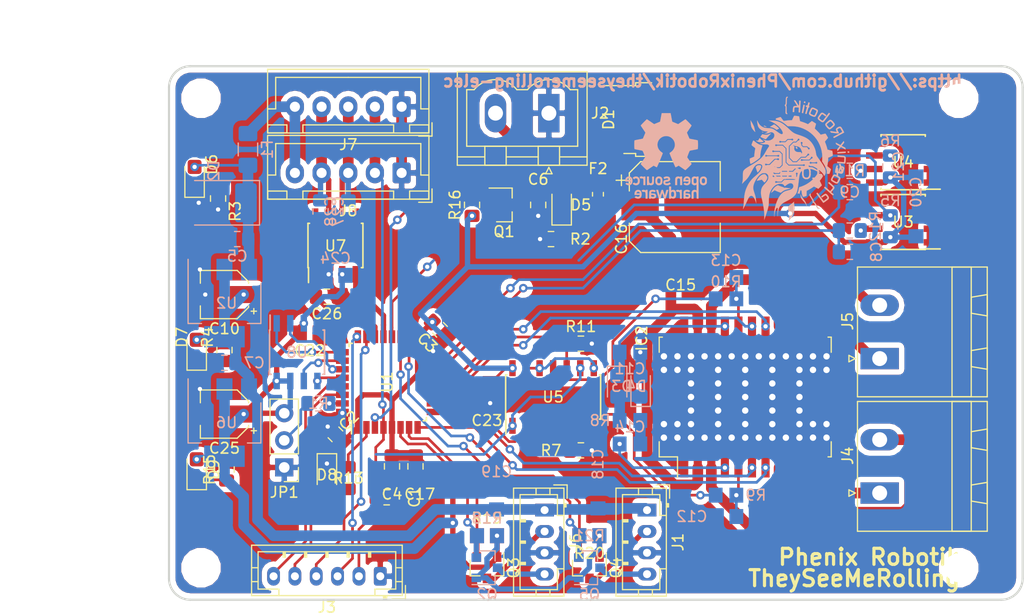
<source format=kicad_pcb>
(kicad_pcb (version 20171130) (host pcbnew 5.0.1)
  (layers (0 F.Cu signal) (31 B.Cu signal) (34 B.Paste user) (35 F.Paste user) (36 B.SilkS user) (37 F.SilkS user) (38 B.Mask user) (39 F.Mask user) (44 Edge.Cuts user))
  (net 0 "")
  (net 1 /DualDCDriver/EN_A)
  (net 2 /DualDCDriver/EN_B)
  (net 3 "Net-(C11-Pad2)")
  (net 4 "Net-(C14-Pad1)")
  (net 5 "Net-(C14-Pad2)")
  (net 6 "Net-(D3-Pad1)")
  (net 7 GND)
  (net 8 /DualDCDriver/IN1_A)
  (net 9 /DualDCDriver/IN2_A)
  (net 10 /DualDCDriver/IN1_B)
  (net 11 /DualDCDriver/IN2_B)
  (net 12 /DualDCDriver/M1-)
  (net 13 /DualDCDriver/M1+)
  (net 14 /DualDCDriver/M2+)
  (net 15 /DualDCDriver/M2-)
  (net 16 +3V3)
  (net 17 "Net-(C5-Pad1)")
  (net 18 VCC)
  (net 19 +5V)
  (net 20 /f3/Sense_B_Filtered)
  (net 21 /f3/Sense_A_Filtered)
  (net 22 "Net-(D5-Pad1)")
  (net 23 "Net-(D6-Pad1)")
  (net 24 "Net-(D7-Pad1)")
  (net 25 "Net-(D8-Pad2)")
  (net 26 "Net-(D9-Pad1)")
  (net 27 /f3/Encoder_1_B)
  (net 28 /f3/Encoder_1_A)
  (net 29 /f3/Encoder_2_A)
  (net 30 /f3/Encoder_2_B)
  (net 31 "Net-(F2-Pad2)")
  (net 32 "Net-(IC2-Pad8)")
  (net 33 "Net-(IC2-Pad13)")
  (net 34 "Net-(JP1-Pad2)")
  (net 35 /f3/ABOUT_DA_POWER)
  (net 36 "Net-(R1-Pad1)")
  (net 37 /DualDCDriver/Sense_B_Fault)
  (net 38 /DualDCDriver/Sense_A_Fault)
  (net 39 /f3/EN_A_and_NRST)
  (net 40 /f3/EN_B_and_NRST)
  (net 41 /DualDCDriver/Sense_B)
  (net 42 "Net-(R13-Pad2)")
  (net 43 /DualDCDriver/Sense_A)
  (net 44 /f3/CAN_TX)
  (net 45 /f3/CAN_RX)
  (net 46 /f3/TMS)
  (net 47 /f3/TCK)
  (net 48 /f3/TX_1)
  (net 49 /f3/RX_1)
  (net 50 "Net-(U5-Pad3)")
  (net 51 "Net-(U5-Pad12)")
  (net 52 /CAN/+7V_CAN)
  (net 53 /f3/MISO)
  (net 54 /f3/MOSI)
  (net 55 /f3/SCK)
  (net 56 "Net-(U7-Pad5)")
  (net 57 "Net-(Q2-Pad2)")
  (net 58 "Net-(Q3-Pad2)")
  (net 59 "Net-(Q4-Pad2)")
  (net 60 "Net-(Q5-Pad2)")
  (net 61 "Net-(C12-Pad1)")
  (net 62 "Net-(C13-Pad1)")
  (net 63 "Net-(U1-Pad25)")
  (net 64 /CAN/NRST)
  (net 65 "Net-(U1-Pad20)")
  (net 66 "Net-(C28-Pad1)")
  (net 67 "Net-(C27-Pad2)")
  (net 68 "Net-(U7-Pad8)")
  (module Package_SO:ST_PowerSO-20_SlugDown_ThermalVias (layer F.Cu) (at 154 81 90)
    (fp_text reference IC2 (at 5.5 -9.7 90) (layer F.SilkS))
    (fp_text value L6205PD)
    (pad 21 smd rect (at 0 0 90) (size 9.4 16.9) (layers B.Cu))
    (pad 21 smd custom (at 0 0 90) (size 3.4 2.5) (layers F.Cu F.Mask) (options (clearance outline) (anchor rect)) (primitives (gr_poly (pts (xy 2.5 8.85) (xy -2.5 8.85) (xy -2.5 7.4) (xy -4.7 7.4) (xy -4.7 -7.4) (xy -2.5 -7.4) (xy -2.5 -8.85) (xy 2.5 -8.85) (xy 2.5 -7.4) (xy 4.7 -7.4) (xy 4.7 7.4) (xy 2.5 7.4)) (width 0))))
    (pad 21 thru_hole circle (at 3.81 7.62 90) (size 0.9 0.9) (drill 0.6) (layers *.Cu *.Mask))
    (pad 21 thru_hole circle (at 2.54 7.62 90) (size 0.9 0.9) (drill 0.6) (layers *.Cu *.Mask))
    (pad 21 thru_hole circle (at -2.54 7.62 90) (size 0.9 0.9) (drill 0.6) (layers *.Cu *.Mask))
    (pad 21 thru_hole circle (at -3.81 7.62 90) (size 0.9 0.9) (drill 0.6) (layers *.Cu *.Mask))
    (pad 21 thru_hole circle (at 3.81 6.35 90) (size 0.9 0.9) (drill 0.6) (layers *.Cu *.Mask))
    (pad 21 thru_hole circle (at 2.54 6.35 90) (size 0.9 0.9) (drill 0.6) (layers *.Cu *.Mask))
    (pad 21 thru_hole circle (at -2.54 6.35 90) (size 0.9 0.9) (drill 0.6) (layers *.Cu *.Mask))
    (pad 21 thru_hole circle (at -3.81 6.35 90) (size 0.9 0.9) (drill 0.6) (layers *.Cu *.Mask))
    (pad 21 thru_hole circle (at 3.81 5.08 90) (size 0.9 0.9) (drill 0.6) (layers *.Cu *.Mask))
    (pad 21 thru_hole circle (at 2.54 5.08 90) (size 0.9 0.9) (drill 0.6) (layers *.Cu *.Mask))
    (pad 21 thru_hole circle (at 1.27 5.08 90) (size 0.9 0.9) (drill 0.6) (layers *.Cu *.Mask))
    (pad 21 thru_hole circle (at 0 5.08 90) (size 0.9 0.9) (drill 0.6) (layers *.Cu *.Mask))
    (pad 21 thru_hole circle (at -1.27 5.08 90) (size 0.9 0.9) (drill 0.6) (layers *.Cu *.Mask))
    (pad 21 thru_hole circle (at -2.54 5.08 90) (size 0.9 0.9) (drill 0.6) (layers *.Cu *.Mask))
    (pad 21 thru_hole circle (at -3.81 5.08 90) (size 0.9 0.9) (drill 0.6) (layers *.Cu *.Mask))
    (pad 21 thru_hole circle (at 3.81 3.81 90) (size 0.9 0.9) (drill 0.6) (layers *.Cu *.Mask))
    (pad 21 thru_hole circle (at -3.81 3.81 90) (size 0.9 0.9) (drill 0.6) (layers *.Cu *.Mask))
    (pad 21 thru_hole circle (at 3.81 2.54 90) (size 0.9 0.9) (drill 0.6) (layers *.Cu *.Mask))
    (pad 21 thru_hole circle (at 2.54 2.54 90) (size 0.9 0.9) (drill 0.6) (layers *.Cu *.Mask))
    (pad 21 thru_hole circle (at 1.27 2.54 90) (size 0.9 0.9) (drill 0.6) (layers *.Cu *.Mask))
    (pad 21 thru_hole circle (at 0 2.54 90) (size 0.9 0.9) (drill 0.6) (layers *.Cu *.Mask))
    (pad 21 thru_hole circle (at -1.27 2.54 90) (size 0.9 0.9) (drill 0.6) (layers *.Cu *.Mask))
    (pad 21 thru_hole circle (at -2.54 2.54 90) (size 0.9 0.9) (drill 0.6) (layers *.Cu *.Mask))
    (pad 21 thru_hole circle (at -3.81 2.54 90) (size 0.9 0.9) (drill 0.6) (layers *.Cu *.Mask))
    (pad 21 thru_hole circle (at 3.81 1.27 90) (size 0.9 0.9) (drill 0.6) (layers *.Cu *.Mask))
    (pad 21 thru_hole circle (at -3.81 1.27 90) (size 0.9 0.9) (drill 0.6) (layers *.Cu *.Mask))
    (pad 21 thru_hole circle (at 3.81 0 90) (size 0.9 0.9) (drill 0.6) (layers *.Cu *.Mask))
    (pad 21 thru_hole circle (at 2.54 0 90) (size 0.9 0.9) (drill 0.6) (layers *.Cu *.Mask))
    (pad 21 thru_hole circle (at 1.27 0 90) (size 0.9 0.9) (drill 0.6) (layers *.Cu *.Mask))
    (pad 21 thru_hole circle (at 0 0 90) (size 0.9 0.9) (drill 0.6) (layers *.Cu *.Mask))
    (pad 21 thru_hole circle (at -1.27 0 90) (size 0.9 0.9) (drill 0.6) (layers *.Cu *.Mask))
    (pad 21 thru_hole circle (at -2.54 0 90) (size 0.9 0.9) (drill 0.6) (layers *.Cu *.Mask))
    (pad 21 thru_hole circle (at -3.81 0 90) (size 0.9 0.9) (drill 0.6) (layers *.Cu *.Mask))
    (pad 21 thru_hole circle (at 3.81 -1.27 90) (size 0.9 0.9) (drill 0.6) (layers *.Cu *.Mask))
    (pad 21 thru_hole circle (at -3.81 -1.27 90) (size 0.9 0.9) (drill 0.6) (layers *.Cu *.Mask))
    (pad 21 thru_hole circle (at 3.81 -2.54 90) (size 0.9 0.9) (drill 0.6) (layers *.Cu *.Mask))
    (pad 21 thru_hole circle (at 2.54 -2.54 90) (size 0.9 0.9) (drill 0.6) (layers *.Cu *.Mask))
    (pad 21 thru_hole circle (at 1.27 -2.54 90) (size 0.9 0.9) (drill 0.6) (layers *.Cu *.Mask))
    (pad 21 thru_hole circle (at 0 -2.54 90) (size 0.9 0.9) (drill 0.6) (layers *.Cu *.Mask))
    (pad 21 thru_hole circle (at -1.27 -2.54 90) (size 0.9 0.9) (drill 0.6) (layers *.Cu *.Mask))
    (pad 21 thru_hole circle (at -2.54 -2.54 90) (size 0.9 0.9) (drill 0.6) (layers *.Cu *.Mask))
    (pad 21 thru_hole circle (at -3.81 -2.54 90) (size 0.9 0.9) (drill 0.6) (layers *.Cu *.Mask))
    (pad 21 thru_hole circle (at 3.81 -3.81 90) (size 0.9 0.9) (drill 0.6) (layers *.Cu *.Mask))
    (pad 21 thru_hole circle (at -3.81 -3.81 90) (size 0.9 0.9) (drill 0.6) (layers *.Cu *.Mask))
    (pad 21 thru_hole circle (at 3.81 -5.08 90) (size 0.9 0.9) (drill 0.6) (layers *.Cu *.Mask))
    (pad 21 thru_hole circle (at 2.54 -5.08 90) (size 0.9 0.9) (drill 0.6) (layers *.Cu *.Mask))
    (pad 21 thru_hole circle (at 1.27 -5.08 90) (size 0.9 0.9) (drill 0.6) (layers *.Cu *.Mask))
    (pad 21 thru_hole circle (at 0 -5.08 90) (size 0.9 0.9) (drill 0.6) (layers *.Cu *.Mask))
    (pad 21 thru_hole circle (at -1.27 -5.08 90) (size 0.9 0.9) (drill 0.6) (layers *.Cu *.Mask))
    (pad 21 thru_hole circle (at -2.54 -5.08 90) (size 0.9 0.9) (drill 0.6) (layers *.Cu *.Mask))
    (pad 21 thru_hole circle (at -3.81 -5.08 90) (size 0.9 0.9) (drill 0.6) (layers *.Cu *.Mask))
    (pad 21 thru_hole circle (at 3.81 -6.35 90) (size 0.9 0.9) (drill 0.6) (layers *.Cu *.Mask))
    (pad 21 thru_hole circle (at 2.54 -6.35 90) (size 0.9 0.9) (drill 0.6) (layers *.Cu *.Mask))
    (pad 21 thru_hole circle (at -2.54 -6.35 90) (size 0.9 0.9) (drill 0.6) (layers *.Cu *.Mask))
    (pad 21 thru_hole circle (at -3.81 -6.35 90) (size 0.9 0.9) (drill 0.6) (layers *.Cu *.Mask))
    (pad 21 thru_hole circle (at 3.81 -7.62 90) (size 0.9 0.9) (drill 0.6) (layers *.Cu *.Mask))
    (pad 21 thru_hole circle (at 2.54 -7.62 90) (size 0.9 0.9) (drill 0.6) (layers *.Cu *.Mask))
    (pad 21 thru_hole circle (at -2.54 -7.62 90) (size 0.9 0.9) (drill 0.6) (layers *.Cu *.Mask))
    (pad 21 thru_hole circle (at -3.81 -7.62 90) (size 0.9 0.9) (drill 0.6) (layers *.Cu *.Mask))
    (pad 20 smd rect (at 6.625 -5.715 180) (size 0.76 1.83) (layers F.Cu F.Paste F.Mask) (net 7 GND))
    (pad 19 smd rect (at 6.625 -4.445 180) (size 0.76 1.83) (layers F.Cu F.Paste F.Mask) (net 18 VCC))
    (pad 18 smd rect (at 6.625 -3.175 180) (size 0.76 1.83) (layers F.Cu F.Paste F.Mask) (net 15 /DualDCDriver/M2-))
    (pad 17 smd rect (at 6.625 -1.905 180) (size 0.76 1.83) (layers F.Cu F.Paste F.Mask) (net 3 "Net-(C11-Pad2)"))
    (pad 16 smd rect (at 6.625 -0.635 180) (size 0.76 1.83) (layers F.Cu F.Paste F.Mask) (net 62 "Net-(C13-Pad1)"))
    (pad 15 smd rect (at 6.625 0.635 180) (size 0.76 1.83) (layers F.Cu F.Paste F.Mask) (net 11 /DualDCDriver/IN2_B))
    (pad 14 smd rect (at 6.625 1.905 180) (size 0.76 1.83) (layers F.Cu F.Paste F.Mask) (net 10 /DualDCDriver/IN1_B))
    (pad 13 smd rect (at 6.625 3.175 180) (size 0.76 1.83) (layers F.Cu F.Paste F.Mask) (net 33 "Net-(IC2-Pad13)"))
    (pad 12 smd rect (at 6.625 4.445 180) (size 0.76 1.83) (layers F.Cu F.Paste F.Mask) (net 14 /DualDCDriver/M2+))
    (pad 11 smd rect (at 6.625 5.715 180) (size 0.76 1.83) (layers F.Cu F.Paste F.Mask) (net 7 GND))
    (pad 10 smd rect (at -6.625 5.715 180) (size 0.76 1.83) (layers F.Cu F.Paste F.Mask) (net 7 GND))
    (pad 9 smd rect (at -6.625 4.445 180) (size 0.76 1.83) (layers F.Cu F.Paste F.Mask) (net 13 /DualDCDriver/M1+))
    (pad 8 smd rect (at -6.625 3.175 180) (size 0.76 1.83) (layers F.Cu F.Paste F.Mask) (net 32 "Net-(IC2-Pad8)"))
    (pad 7 smd rect (at -6.625 1.905 180) (size 0.76 1.83) (layers F.Cu F.Paste F.Mask) (net 9 /DualDCDriver/IN2_A))
    (pad 6 smd rect (at -6.625 0.635 180) (size 0.76 1.83) (layers F.Cu F.Paste F.Mask) (net 8 /DualDCDriver/IN1_A))
    (pad 5 smd rect (at -6.625 -0.635 180) (size 0.76 1.83) (layers F.Cu F.Paste F.Mask) (net 61 "Net-(C12-Pad1)"))
    (pad 4 smd rect (at -6.625 -1.905 180) (size 0.76 1.83) (layers F.Cu F.Paste F.Mask) (net 4 "Net-(C14-Pad1)"))
    (pad 3 smd rect (at -6.625 -3.175 180) (size 0.76 1.83) (layers F.Cu F.Paste F.Mask) (net 12 /DualDCDriver/M1-))
    (pad 2 smd rect (at -6.625 -4.445 180) (size 0.76 1.83) (layers F.Cu F.Paste F.Mask) (net 18 VCC))
    (pad 1 smd rect (at -6.625 -5.715 180) (size 0.76 1.83) (layers F.Cu F.Paste F.Mask) (net 7 GND))
  )
  (module Connector_PinHeader_2.54mm:PinHeader_1x03_P2.54mm_Vertical (layer F.Cu) (at 110.8 87.6 180)
    (fp_text reference JP1 (at 0 -2.33 180) (layer F.SilkS))
    (fp_text value JP_Select_Boot)
    (pad 1 thru_hole rect (at 0 0 180) (size 1.7 1.7) (drill 1) (layers *.Cu *.Mask) (net 7 GND))
    (pad 2 thru_hole oval (at 0 2.54 180) (size 1.7 1.7) (drill 1) (layers *.Cu *.Mask) (net 34 "Net-(JP1-Pad2)"))
    (pad 3 thru_hole oval (at 0 5.08 180) (size 1.7 1.7) (drill 1) (layers *.Cu *.Mask) (net 16 +3V3))
  )
  (module Package_QFP:LQFP-32_7x7mm_P0.8mm (layer F.Cu) (at 120.5 79.6 90)
    (fp_text reference U1 (at 0 -0.05 90) (layer F.SilkS))
    (fp_text value STM32F303K8Tx)
    (pad 1 smd rect (at -4.25 -2.8 90) (size 1.2 0.6) (layers F.Cu F.Paste F.Mask) (net 16 +3V3))
    (pad 2 smd rect (at -4.25 -2 90) (size 1.2 0.6) (layers F.Cu F.Paste F.Mask) (net 42 "Net-(R13-Pad2)"))
    (pad 3 smd rect (at -4.25 -1.2 90) (size 1.2 0.6) (layers F.Cu F.Paste F.Mask) (net 35 /f3/ABOUT_DA_POWER))
    (pad 4 smd rect (at -4.25 -0.4 90) (size 1.2 0.6) (layers F.Cu F.Paste F.Mask) (net 64 /CAN/NRST))
    (pad 5 smd rect (at -4.25 0.4 90) (size 1.2 0.6) (layers F.Cu F.Paste F.Mask) (net 16 +3V3))
    (pad 6 smd rect (at -4.25 1.2 90) (size 1.2 0.6) (layers F.Cu F.Paste F.Mask) (net 57 "Net-(Q2-Pad2)"))
    (pad 7 smd rect (at -4.25 2 90) (size 1.2 0.6) (layers F.Cu F.Paste F.Mask) (net 58 "Net-(Q3-Pad2)"))
    (pad 8 smd rect (at -4.25 2.8 90) (size 1.2 0.6) (layers F.Cu F.Paste F.Mask) (net 9 /DualDCDriver/IN2_A))
    (pad 9 smd rect (at -2.8 4.25 180) (size 1.2 0.6) (layers F.Cu F.Paste F.Mask) (net 8 /DualDCDriver/IN1_A))
    (pad 10 smd rect (at -2 4.25 180) (size 1.2 0.6) (layers F.Cu F.Paste F.Mask) (net 39 /f3/EN_A_and_NRST))
    (pad 11 smd rect (at -1.2 4.25 180) (size 1.2 0.6) (layers F.Cu F.Paste F.Mask) (net 11 /DualDCDriver/IN2_B))
    (pad 12 smd rect (at -0.4 4.25 180) (size 1.2 0.6) (layers F.Cu F.Paste F.Mask) (net 40 /f3/EN_B_and_NRST))
    (pad 13 smd rect (at 0.4 4.25 180) (size 1.2 0.6) (layers F.Cu F.Paste F.Mask) (net 10 /DualDCDriver/IN1_B))
    (pad 14 smd rect (at 1.2 4.25 180) (size 1.2 0.6) (layers F.Cu F.Paste F.Mask) (net 20 /f3/Sense_B_Filtered))
    (pad 15 smd rect (at 2 4.25 180) (size 1.2 0.6) (layers F.Cu F.Paste F.Mask) (net 21 /f3/Sense_A_Filtered))
    (pad 16 smd rect (at 2.8 4.25 180) (size 1.2 0.6) (layers F.Cu F.Paste F.Mask) (net 7 GND))
    (pad 17 smd rect (at 4.25 2.8 90) (size 1.2 0.6) (layers F.Cu F.Paste F.Mask) (net 16 +3V3))
    (pad 18 smd rect (at 4.25 2 90) (size 1.2 0.6) (layers F.Cu F.Paste F.Mask) (net 59 "Net-(Q4-Pad2)"))
    (pad 19 smd rect (at 4.25 1.2 90) (size 1.2 0.6) (layers F.Cu F.Paste F.Mask) (net 60 "Net-(Q5-Pad2)"))
    (pad 20 smd rect (at 4.25 0.4 90) (size 1.2 0.6) (layers F.Cu F.Paste F.Mask) (net 65 "Net-(U1-Pad20)"))
    (pad 21 smd rect (at 4.25 -0.4 90) (size 1.2 0.6) (layers F.Cu F.Paste F.Mask) (net 45 /f3/CAN_RX))
    (pad 22 smd rect (at 4.25 -1.2 90) (size 1.2 0.6) (layers F.Cu F.Paste F.Mask) (net 44 /f3/CAN_TX))
    (pad 23 smd rect (at 4.25 -2 90) (size 1.2 0.6) (layers F.Cu F.Paste F.Mask) (net 46 /f3/TMS))
    (pad 24 smd rect (at 4.25 -2.8 90) (size 1.2 0.6) (layers F.Cu F.Paste F.Mask) (net 47 /f3/TCK))
    (pad 25 smd rect (at 2.8 -4.25 180) (size 1.2 0.6) (layers F.Cu F.Paste F.Mask) (net 63 "Net-(U1-Pad25)"))
    (pad 26 smd rect (at 2 -4.25 180) (size 1.2 0.6) (layers F.Cu F.Paste F.Mask) (net 55 /f3/SCK))
    (pad 27 smd rect (at 1.2 -4.25 180) (size 1.2 0.6) (layers F.Cu F.Paste F.Mask) (net 53 /f3/MISO))
    (pad 28 smd rect (at 0.4 -4.25 180) (size 1.2 0.6) (layers F.Cu F.Paste F.Mask) (net 54 /f3/MOSI))
    (pad 29 smd rect (at -0.4 -4.25 180) (size 1.2 0.6) (layers F.Cu F.Paste F.Mask) (net 48 /f3/TX_1))
    (pad 30 smd rect (at -1.2 -4.25 180) (size 1.2 0.6) (layers F.Cu F.Paste F.Mask) (net 49 /f3/RX_1))
    (pad 31 smd rect (at -2 -4.25 180) (size 1.2 0.6) (layers F.Cu F.Paste F.Mask) (net 36 "Net-(R1-Pad1)"))
    (pad 32 smd rect (at -2.8 -4.25 180) (size 1.2 0.6) (layers F.Cu F.Paste F.Mask) (net 7 GND))
  )
  (module Package_SO:SOIC-8_3.9x4.9mm_P1.27mm (layer F.Cu) (at 115.6 66.8 90)
    (fp_text reference U7 (at -0.029078 0 180) (layer F.SilkS))
    (fp_text value TCAN332)
    (pad 1 smd rect (at -2.7 -1.905 90) (size 1.55 0.6) (layers F.Cu F.Paste F.Mask) (net 44 /f3/CAN_TX))
    (pad 2 smd rect (at -2.7 -0.635 90) (size 1.55 0.6) (layers F.Cu F.Paste F.Mask) (net 7 GND))
    (pad 3 smd rect (at -2.7 0.635 90) (size 1.55 0.6) (layers F.Cu F.Paste F.Mask) (net 16 +3V3))
    (pad 4 smd rect (at -2.7 1.905 90) (size 1.55 0.6) (layers F.Cu F.Paste F.Mask) (net 45 /f3/CAN_RX))
    (pad 5 smd rect (at 2.7 1.905 90) (size 1.55 0.6) (layers F.Cu F.Paste F.Mask) (net 56 "Net-(U7-Pad5)"))
    (pad 6 smd rect (at 2.7 0.635 90) (size 1.55 0.6) (layers F.Cu F.Paste F.Mask) (net 66 "Net-(C28-Pad1)"))
    (pad 7 smd rect (at 2.7 -0.635 90) (size 1.55 0.6) (layers F.Cu F.Paste F.Mask) (net 67 "Net-(C27-Pad2)"))
    (pad 8 smd rect (at 2.7 -1.905 90) (size 1.55 0.6) (layers F.Cu F.Paste F.Mask) (net 68 "Net-(U7-Pad8)"))
  )
  (module Capacitor_SMD:C_0805_2012Metric_Pad1.15x1.40mm_HandSolder (layer B.Cu) (at 116.8 63.6 270)
    (fp_text reference C28 (at 0 1.65 270) (layer B.SilkS) (effects (justify mirror)))
    (fp_text value 100p)
    (pad 1 smd roundrect (at -1.025 0 270) (size 1.15 1.4) (layers B.Cu B.Paste B.Mask) (roundrect_rratio 0.217391) (net 66 "Net-(C28-Pad1)"))
    (pad 2 smd roundrect (at 1.025 0 270) (size 1.15 1.4) (layers B.Cu B.Paste B.Mask) (roundrect_rratio 0.217391) (net 7 GND))
  )
  (module Capacitor_SMD:C_0805_2012Metric_Pad1.15x1.40mm_HandSolder (layer B.Cu) (at 114.2 63.6 90)
    (fp_text reference C27 (at 0 1.65 90) (layer B.SilkS) (effects (justify mirror)))
    (fp_text value 100p)
    (pad 2 smd roundrect (at 1.025 0 90) (size 1.15 1.4) (layers B.Cu B.Paste B.Mask) (roundrect_rratio 0.217391) (net 67 "Net-(C27-Pad2)"))
    (pad 1 smd roundrect (at -1.025 0 90) (size 1.15 1.4) (layers B.Cu B.Paste B.Mask) (roundrect_rratio 0.217391) (net 7 GND))
  )
  (module Capacitor_SMD:C_0805_2012Metric_Pad1.15x1.40mm_HandSolder (layer F.Cu) (at 114.8 71.6)
    (fp_text reference C26 (at 0 1.6) (layer F.SilkS))
    (fp_text value 100p)
    (pad 1 smd roundrect (at -1.025 0) (size 1.15 1.4) (layers F.Cu F.Paste F.Mask) (roundrect_rratio 0.217391) (net 44 /f3/CAN_TX))
    (pad 2 smd roundrect (at 1.025 0) (size 1.15 1.4) (layers F.Cu F.Paste F.Mask) (roundrect_rratio 0.217391) (net 7 GND))
  )
  (module LED_SMD:LED_0805_2012Metric_Castellated (layer F.Cu) (at 102.6 87.8 90)
    (fp_text reference D9 (at 0 1.6 90) (layer F.SilkS))
    (fp_text value LED_ALT)
    (pad 1 smd roundrect (at -0.9625 0 90) (size 1.325 1.3) (layers F.Cu F.Paste F.Mask) (roundrect_rratio 0.192308) (net 26 "Net-(D9-Pad1)"))
    (pad 2 smd roundrect (at 0.9625 0 90) (size 1.325 1.3) (layers F.Cu F.Paste F.Mask) (roundrect_rratio 0.192308) (net 16 +3V3))
  )
  (module Package_TO_SOT_SMD:SOT-223-3_TabPin2 (layer B.Cu) (at 105.2 72.2 270)
    (fp_text reference U2 (at 0 -0.2 180) (layer B.SilkS) (effects (justify mirror)))
    (fp_text value LD1117S50TR_SOT223)
    (pad 1 smd rect (at -3.15 2.3 270) (size 2 1.5) (layers B.Cu B.Paste B.Mask) (net 7 GND))
    (pad 3 smd rect (at -3.15 -2.3 270) (size 2 1.5) (layers B.Cu B.Paste B.Mask) (net 17 "Net-(C5-Pad1)"))
    (pad 2 smd rect (at -3.15 0 270) (size 2 1.5) (layers B.Cu B.Paste B.Mask) (net 19 +5V))
    (pad 2 smd rect (at 3.15 0 270) (size 2 3.8) (layers B.Cu B.Paste B.Mask) (net 19 +5V))
  )
  (module Capacitor_SMD:CP_Elec_4x5.4 (layer F.Cu) (at 105.2 71.4 180)
    (fp_text reference C10 (at 0 -3.2 180) (layer F.SilkS))
    (fp_text value 10u)
    (pad 2 smd rect (at 1.8 0 180) (size 2.6 1.6) (layers F.Cu F.Paste F.Mask) (net 7 GND))
    (pad 1 smd rect (at -1.8 0 180) (size 2.6 1.6) (layers F.Cu F.Paste F.Mask) (net 19 +5V))
  )
  (module Capacitor_SMD:CP_Elec_4x5.4 (layer F.Cu) (at 105.2 82.6 180)
    (fp_text reference C25 (at 0 -3.2 180) (layer F.SilkS))
    (fp_text value 10u)
    (pad 1 smd rect (at -1.8 0 180) (size 2.6 1.6) (layers F.Cu F.Paste F.Mask) (net 16 +3V3))
    (pad 2 smd rect (at 1.8 0 180) (size 2.6 1.6) (layers F.Cu F.Paste F.Mask) (net 7 GND))
  )
  (module Capacitor_SMD:C_0805_2012Metric_Pad1.29x1.40mm_HandSolder (layer B.Cu) (at 143.2 76.8 180)
    (fp_text reference C11 (at 0 -1.55 180) (layer B.SilkS) (effects (justify mirror)))
    (fp_text value 220n)
    (pad 2 smd rect (at 0.9675 0 180) (size 1.295 1.4) (layers B.Cu B.Paste B.Mask) (net 3 "Net-(C11-Pad2)"))
    (pad 1 smd rect (at -0.9675 0 180) (size 1.295 1.4) (layers B.Cu B.Paste B.Mask) (net 18 VCC))
  )
  (module Diode_SMD:D_0805_2012Metric_Castellated (layer B.Cu) (at 142 80 270)
    (fp_text reference D4 (at 0 -1.8 180) (layer B.SilkS) (effects (justify mirror)))
    (fp_text value 1N4148)
    (pad 1 smd roundrect (at -0.9625 0 270) (size 1.325 1.3) (layers B.Cu B.Paste B.Mask) (roundrect_rratio 0.192308) (net 3 "Net-(C11-Pad2)"))
    (pad 2 smd roundrect (at 0.9625 0 270) (size 1.325 1.3) (layers B.Cu B.Paste B.Mask) (roundrect_rratio 0.192308) (net 6 "Net-(D3-Pad1)"))
  )
  (module Diode_SMD:D_0805_2012Metric_Castellated (layer B.Cu) (at 144.2 80 90)
    (fp_text reference D3 (at 0 -1.8 180) (layer B.SilkS) (effects (justify mirror)))
    (fp_text value 1N4148)
    (pad 2 smd roundrect (at 0.9625 0 90) (size 1.325 1.3) (layers B.Cu B.Paste B.Mask) (roundrect_rratio 0.192308) (net 18 VCC))
    (pad 1 smd roundrect (at -0.9625 0 90) (size 1.325 1.3) (layers B.Cu B.Paste B.Mask) (roundrect_rratio 0.192308) (net 6 "Net-(D3-Pad1)"))
  )
  (module Resistor_SMD:R_0805_2012Metric_Pad1.29x1.40mm_HandSolder (layer B.Cu) (at 143.2 83.2 180)
    (fp_text reference R8 (at 2.8 0) (layer B.SilkS) (effects (justify mirror)))
    (fp_text value 100R)
    (pad 1 smd rect (at -0.9675 0 180) (size 1.295 1.4) (layers B.Cu B.Paste B.Mask) (net 5 "Net-(C14-Pad2)"))
    (pad 2 smd rect (at 0.9675 0 180) (size 1.295 1.4) (layers B.Cu B.Paste B.Mask) (net 6 "Net-(D3-Pad1)"))
  )
  (module Capacitor_SMD:C_0805_2012Metric_Pad1.29x1.40mm_HandSolder (layer B.Cu) (at 143.2 85.4)
    (fp_text reference C14 (at 0 -1.6 -180) (layer B.SilkS) (effects (justify mirror)))
    (fp_text value 10n)
    (pad 2 smd rect (at 0.9675 0) (size 1.295 1.4) (layers B.Cu B.Paste B.Mask) (net 5 "Net-(C14-Pad2)"))
    (pad 1 smd rect (at -0.9675 0) (size 1.295 1.4) (layers B.Cu B.Paste B.Mask) (net 4 "Net-(C14-Pad1)"))
  )
  (module Package_TO_SOT_SMD:TO-252-2 (layer F.Cu) (at 146.2 55)
    (fp_text reference D1 (at -5 0 90) (layer F.SilkS))
    (fp_text value D_Schottky_AAK)
    (pad 2 smd rect (at 2.1 0) (size 6.4 5.8) (layers F.Cu F.Mask) (net 7 GND))
    (pad 3 smd rect (at -4.2 2.28) (size 2.2 1.2) (layers F.Cu F.Paste F.Mask) (net 18 VCC))
    (pad 1 smd rect (at -4.2 -2.28) (size 2.2 1.2) (layers F.Cu F.Paste F.Mask) (net 7 GND))
  )
  (module Resistor_SMD:R_0805_2012Metric_Pad1.15x1.40mm_HandSolder (layer B.Cu) (at 167.6 59.4 90)
    (fp_text reference R6 (at 2.4 0) (layer B.SilkS) (effects (justify mirror)))
    (fp_text value 10kR)
    (pad 2 smd roundrect (at 1.025 0 90) (size 1.15 1.4) (layers B.Cu B.Paste B.Mask) (roundrect_rratio 0.217391) (net 38 /DualDCDriver/Sense_A_Fault))
    (pad 1 smd roundrect (at -1.025 0 90) (size 1.15 1.4) (layers B.Cu B.Paste B.Mask) (roundrect_rratio 0.217391) (net 16 +3V3))
  )
  (module Resistor_SMD:R_0805_2012Metric_Pad1.15x1.40mm_HandSolder (layer B.Cu) (at 167.6 65 90)
    (fp_text reference R5 (at 2.4 0) (layer B.SilkS) (effects (justify mirror)))
    (fp_text value 10kR)
    (pad 1 smd roundrect (at -1.025 0 90) (size 1.15 1.4) (layers B.Cu B.Paste B.Mask) (roundrect_rratio 0.217391) (net 16 +3V3))
    (pad 2 smd roundrect (at 1.025 0 90) (size 1.15 1.4) (layers B.Cu B.Paste B.Mask) (roundrect_rratio 0.217391) (net 37 /DualDCDriver/Sense_B_Fault))
  )
  (module Resistor_SMD:R_0805_2012Metric_Pad1.15x1.40mm_HandSolder (layer B.Cu) (at 163.8 65.4 180)
    (fp_text reference R12 (at -2.4 0.4 90) (layer B.SilkS) (effects (justify mirror)))
    (fp_text value R_Sense)
    (pad 1 smd roundrect (at -1.025 0 180) (size 1.15 1.4) (layers B.Cu B.Paste B.Mask) (roundrect_rratio 0.217391) (net 41 /DualDCDriver/Sense_B))
    (pad 2 smd roundrect (at 1.025 0 180) (size 1.15 1.4) (layers B.Cu B.Paste B.Mask) (roundrect_rratio 0.217391) (net 20 /f3/Sense_B_Filtered))
  )
  (module Capacitor_SMD:C_0805_2012Metric_Pad1.15x1.40mm_HandSolder (layer B.Cu) (at 163.8 61.8)
    (fp_text reference C9 (at 0 0) (layer B.SilkS) (effects (justify mirror)))
    (fp_text value 1n)
    (pad 2 smd roundrect (at 1.025 0) (size 1.15 1.4) (layers B.Cu B.Paste B.Mask) (roundrect_rratio 0.217391) (net 7 GND))
    (pad 1 smd roundrect (at -1.025 0) (size 1.15 1.4) (layers B.Cu B.Paste B.Mask) (roundrect_rratio 0.217391) (net 21 /f3/Sense_A_Filtered))
  )
  (module Resistor_SMD:R_0805_2012Metric_Pad1.15x1.40mm_HandSolder (layer B.Cu) (at 163.8 59.8 180)
    (fp_text reference R14 (at 0 0 180) (layer B.SilkS) (effects (justify mirror)))
    (fp_text value R_Sense)
    (pad 1 smd roundrect (at -1.025 0 180) (size 1.15 1.4) (layers B.Cu B.Paste B.Mask) (roundrect_rratio 0.217391) (net 43 /DualDCDriver/Sense_A))
    (pad 2 smd roundrect (at 1.025 0 180) (size 1.15 1.4) (layers B.Cu B.Paste B.Mask) (roundrect_rratio 0.217391) (net 21 /f3/Sense_A_Filtered))
  )
  (module Connector_JST:JST_PH_B6B-PH-K_1x06_P2.00mm_Vertical (layer F.Cu) (at 119.8 97.8 180)
    (fp_text reference J3 (at 5 -2.9 180) (layer F.SilkS))
    (fp_text value Conn_SWD_UART)
    (pad 1 thru_hole roundrect (at 0 0 180) (size 1.2 1.75) (drill 0.75) (layers *.Cu *.Mask) (roundrect_rratio 0.208333) (net 7 GND))
    (pad 2 thru_hole oval (at 2 0 180) (size 1.2 1.75) (drill 0.75) (layers *.Cu *.Mask) (net 64 /CAN/NRST))
    (pad 3 thru_hole oval (at 4 0 180) (size 1.2 1.75) (drill 0.75) (layers *.Cu *.Mask) (net 47 /f3/TCK))
    (pad 4 thru_hole oval (at 6 0 180) (size 1.2 1.75) (drill 0.75) (layers *.Cu *.Mask) (net 46 /f3/TMS))
    (pad 5 thru_hole oval (at 8 0 180) (size 1.2 1.75) (drill 0.75) (layers *.Cu *.Mask) (net 49 /f3/RX_1))
    (pad 6 thru_hole oval (at 10 0 180) (size 1.2 1.75) (drill 0.75) (layers *.Cu *.Mask) (net 48 /f3/TX_1))
  )
  (module Connector_JST:JST_XH_B05B-XH-A_1x05_P2.50mm_Vertical (layer F.Cu) (at 121.8 53.8 180)
    (fp_text reference J7 (at 5 -3.55 180) (layer F.SilkS))
    (fp_text value CAN_conn)
    (pad 5 thru_hole oval (at 10 0 180) (size 1.7 1.95) (drill 0.95) (layers *.Cu *.Mask) (net 52 /CAN/+7V_CAN))
    (pad 4 thru_hole oval (at 7.5 0 180) (size 1.7 1.95) (drill 0.95) (layers *.Cu *.Mask) (net 67 "Net-(C27-Pad2)"))
    (pad 3 thru_hole oval (at 5 0 180) (size 1.7 1.95) (drill 0.95) (layers *.Cu *.Mask) (net 66 "Net-(C28-Pad1)"))
    (pad 2 thru_hole oval (at 2.5 0 180) (size 1.7 1.95) (drill 0.95) (layers *.Cu *.Mask) (net 64 /CAN/NRST))
    (pad 1 thru_hole roundrect (at 0 0 180) (size 1.7 1.95) (drill 0.95) (layers *.Cu *.Mask) (roundrect_rratio 0.147059) (net 7 GND))
  )
  (module Connector_JST:JST_XH_B05B-XH-A_1x05_P2.50mm_Vertical (layer F.Cu) (at 121.8 60 180)
    (fp_text reference J8 (at 5 -3.55 180) (layer F.SilkS))
    (fp_text value CAN_conn)
    (pad 1 thru_hole roundrect (at 0 0 180) (size 1.7 1.95) (drill 0.95) (layers *.Cu *.Mask) (roundrect_rratio 0.147059) (net 7 GND))
    (pad 2 thru_hole oval (at 2.5 0 180) (size 1.7 1.95) (drill 0.95) (layers *.Cu *.Mask) (net 64 /CAN/NRST))
    (pad 3 thru_hole oval (at 5 0 180) (size 1.7 1.95) (drill 0.95) (layers *.Cu *.Mask) (net 66 "Net-(C28-Pad1)"))
    (pad 4 thru_hole oval (at 7.5 0 180) (size 1.7 1.95) (drill 0.95) (layers *.Cu *.Mask) (net 67 "Net-(C27-Pad2)"))
    (pad 5 thru_hole oval (at 10 0 180) (size 1.7 1.95) (drill 0.95) (layers *.Cu *.Mask) (net 52 /CAN/+7V_CAN))
  )
  (module MountingHole:MountingHole_2.7mm_M2.5 (layer F.Cu) (at 174 53)
    (fp_text reference MK2 hide)
    (fp_text value Mounting_Hole)
    (pad 1 np_thru_hole circle (at 0 0) (size 2.7 2.7) (drill 2.7) (layers *.Cu *.Mask))
  )
  (module MountingHole:MountingHole_2.7mm_M2.5 (layer F.Cu) (at 103 53)
    (fp_text reference MK1 hide)
    (fp_text value Mounting_Hole)
    (pad 1 np_thru_hole circle (at 0 0) (size 2.7 2.7) (drill 2.7) (layers *.Cu *.Mask))
  )
  (module MountingHole:MountingHole_2.7mm_M2.5 (layer F.Cu) (at 174 97)
    (fp_text reference MK3 hide)
    (fp_text value Mounting_Hole)
    (pad 1 np_thru_hole circle (at 0 0) (size 2.7 2.7) (drill 2.7) (layers *.Cu *.Mask))
  )
  (module MountingHole:MountingHole_2.7mm_M2.5 (layer F.Cu) (at 103 97)
    (fp_text reference MK4 hide)
    (fp_text value Mounting_Hole)
    (pad 1 np_thru_hole circle (at 0 0) (size 2.7 2.7) (drill 2.7) (layers *.Cu *.Mask))
  )
  (module Package_TO_SOT_SMD:SOT-23 (layer F.Cu) (at 139.4 97 270)
    (fp_text reference Q4 (at 0 -2.5 270) (layer F.SilkS))
    (fp_text value BSS138)
    (pad 1 smd rect (at -1 -0.95 270) (size 0.9 0.8) (layers F.Cu F.Paste F.Mask) (net 16 +3V3))
    (pad 2 smd rect (at -1 0.95 270) (size 0.9 0.8) (layers F.Cu F.Paste F.Mask) (net 59 "Net-(Q4-Pad2)"))
    (pad 3 smd rect (at 1 0 270) (size 0.9 0.8) (layers F.Cu F.Paste F.Mask) (net 28 /f3/Encoder_1_A))
  )
  (module Package_TO_SOT_SMD:SOT-23 (layer F.Cu) (at 129.8 97 270)
    (fp_text reference Q3 (at 0 -2.5 270) (layer F.SilkS))
    (fp_text value BSS138)
    (pad 1 smd rect (at -1 -0.95 270) (size 0.9 0.8) (layers F.Cu F.Paste F.Mask) (net 16 +3V3))
    (pad 2 smd rect (at -1 0.95 270) (size 0.9 0.8) (layers F.Cu F.Paste F.Mask) (net 58 "Net-(Q3-Pad2)"))
    (pad 3 smd rect (at 1 0 270) (size 0.9 0.8) (layers F.Cu F.Paste F.Mask) (net 29 /f3/Encoder_2_A))
  )
  (module Package_TO_SOT_SMD:SOT-23 (layer B.Cu) (at 129.8 97)
    (fp_text reference Q2 (at 0 2.5) (layer B.SilkS) (effects (justify mirror)))
    (fp_text value BSS138)
    (pad 1 smd rect (at -1 0.95) (size 0.9 0.8) (layers B.Cu B.Paste B.Mask) (net 16 +3V3))
    (pad 2 smd rect (at -1 -0.95) (size 0.9 0.8) (layers B.Cu B.Paste B.Mask) (net 57 "Net-(Q2-Pad2)"))
    (pad 3 smd rect (at 1 0) (size 0.9 0.8) (layers B.Cu B.Paste B.Mask) (net 30 /f3/Encoder_2_B))
  )
  (module Package_TO_SOT_SMD:SOT-23 (layer B.Cu) (at 139.4 97)
    (fp_text reference Q5 (at 0 2.5) (layer B.SilkS) (effects (justify mirror)))
    (fp_text value BSS138)
    (pad 3 smd rect (at 1 0) (size 0.9 0.8) (layers B.Cu B.Paste B.Mask) (net 27 /f3/Encoder_1_B))
    (pad 2 smd rect (at -1 -0.95) (size 0.9 0.8) (layers B.Cu B.Paste B.Mask) (net 60 "Net-(Q5-Pad2)"))
    (pad 1 smd rect (at -1 0.95) (size 0.9 0.8) (layers B.Cu B.Paste B.Mask) (net 16 +3V3))
  )
  (module Resistor_SMD:R_0805_2012Metric_Pad1.33x1.40mm_HandSolder (layer B.Cu) (at 139.4 94)
    (fp_text reference R21 (at 0 0) (layer B.SilkS) (effects (justify mirror)))
    (fp_text value R)
    (pad 1 smd rect (at -0.9375 0) (size 1.325 1.4) (layers B.Cu B.Paste B.Mask) (net 60 "Net-(Q5-Pad2)"))
    (pad 2 smd rect (at 0.9375 0) (size 1.325 1.4) (layers B.Cu B.Paste B.Mask) (net 16 +3V3))
  )
  (module Resistor_SMD:R_0805_2012Metric_Pad1.33x1.40mm_HandSolder (layer F.Cu) (at 139.4 94 180)
    (fp_text reference R20 (at 0 -1.65 180) (layer F.SilkS))
    (fp_text value R)
    (pad 2 smd rect (at 0.9375 0 180) (size 1.325 1.4) (layers F.Cu F.Paste F.Mask) (net 59 "Net-(Q4-Pad2)"))
    (pad 1 smd rect (at -0.9375 0 180) (size 1.325 1.4) (layers F.Cu F.Paste F.Mask) (net 16 +3V3))
  )
  (module Resistor_SMD:R_0805_2012Metric_Pad1.33x1.40mm_HandSolder (layer F.Cu) (at 129.8 94)
    (fp_text reference R19 (at 0 -1.65) (layer F.SilkS))
    (fp_text value R)
    (pad 1 smd rect (at -0.9375 0) (size 1.325 1.4) (layers F.Cu F.Paste F.Mask) (net 58 "Net-(Q3-Pad2)"))
    (pad 2 smd rect (at 0.9375 0) (size 1.325 1.4) (layers F.Cu F.Paste F.Mask) (net 16 +3V3))
  )
  (module Resistor_SMD:R_0805_2012Metric_Pad1.33x1.40mm_HandSolder (layer B.Cu) (at 129.8 94 180)
    (fp_text reference R18 (at 0 1.65 180) (layer B.SilkS) (effects (justify mirror)))
    (fp_text value R)
    (pad 2 smd rect (at 0.9375 0 180) (size 1.325 1.4) (layers B.Cu B.Paste B.Mask) (net 57 "Net-(Q2-Pad2)"))
    (pad 1 smd rect (at -0.9375 0 180) (size 1.325 1.4) (layers B.Cu B.Paste B.Mask) (net 16 +3V3))
  )
  (module Connector_JST:JST_PH_B4B-PH-K_1x04_P2.00mm_Vertical (layer F.Cu) (at 144.8 91.6 270)
    (fp_text reference J1 (at 3 -2.9 270) (layer F.SilkS))
    (fp_text value Conn_Encoder1)
    (pad 4 thru_hole oval (at 6 0 270) (size 1.2 1.75) (drill 0.75) (layers *.Cu *.Mask) (net 27 /f3/Encoder_1_B))
    (pad 3 thru_hole oval (at 4 0 270) (size 1.2 1.75) (drill 0.75) (layers *.Cu *.Mask) (net 7 GND))
    (pad 2 thru_hole oval (at 2 0 270) (size 1.2 1.75) (drill 0.75) (layers *.Cu *.Mask) (net 28 /f3/Encoder_1_A))
    (pad 1 thru_hole rect (at 0 0 270) (size 1.2 1.75) (drill 0.75) (layers *.Cu *.Mask) (net 19 +5V))
  )
  (module Connector_JST:JST_PH_B4B-PH-K_1x04_P2.00mm_Vertical (layer F.Cu) (at 135.2 91.6 270)
    (fp_text reference J6 (at 3 -2.9 270) (layer F.SilkS))
    (fp_text value Conn_Encoder2)
    (pad 1 thru_hole rect (at 0 0 270) (size 1.2 1.75) (drill 0.75) (layers *.Cu *.Mask) (net 19 +5V))
    (pad 2 thru_hole oval (at 2 0 270) (size 1.2 1.75) (drill 0.75) (layers *.Cu *.Mask) (net 29 /f3/Encoder_2_A))
    (pad 3 thru_hole oval (at 4 0 270) (size 1.2 1.75) (drill 0.75) (layers *.Cu *.Mask) (net 7 GND))
    (pad 4 thru_hole oval (at 6 0 270) (size 1.2 1.75) (drill 0.75) (layers *.Cu *.Mask) (net 30 /f3/Encoder_2_B))
  )
  (module PhoenixRobotik:Logo_14,5mm (layer B.Cu) (at 158.63861 60.055343 180)
    (fp_text reference LOGO2 (at 0 0 180) (layer B.SilkS) (effects (justify mirror)))
    (fp_text value Logo_Open_Hardware_Small hide)
  )
  (module Symbol:OSHW-Logo_7.5x8mm_SilkScreen (layer B.Cu) (at 146.6 58.4 180)
    (fp_text reference LOGO1 hide)
    (fp_text value Logo_Open_Hardware_Large hide)
  )
  (module Capacitor_SMD:C_0805_2012Metric_Pad1.29x1.40mm_HandSolder (layer B.Cu) (at 152.2 92.2 180)
    (fp_text reference C12 (at 3.2 0) (layer B.SilkS) (effects (justify mirror)))
    (fp_text value 5.6n)
    (pad 1 smd rect (at -0.9675 0 180) (size 1.295 1.4) (layers B.Cu B.Paste B.Mask) (net 61 "Net-(C12-Pad1)"))
    (pad 2 smd rect (at 0.9675 0 180) (size 1.295 1.4) (layers B.Cu B.Paste B.Mask) (net 7 GND))
  )
  (module LED_SMD:LED_0805_2012Metric_Castellated (layer F.Cu) (at 136.8 63 90)
    (fp_text reference D5 (at 0 1.8 180) (layer F.SilkS))
    (fp_text value LED_ALT)
    (pad 2 smd roundrect (at 0.9625 0 90) (size 1.325 1.3) (layers F.Cu F.Paste F.Mask) (roundrect_rratio 0.192308) (net 18 VCC))
    (pad 1 smd roundrect (at -0.9625 0 90) (size 1.325 1.3) (layers F.Cu F.Paste F.Mask) (roundrect_rratio 0.192308) (net 22 "Net-(D5-Pad1)"))
  )
  (module Capacitor_SMD:CP_Elec_8x10 (layer F.Cu) (at 147.4 63.2)
    (fp_text reference C16 (at -5 3 90) (layer F.SilkS))
    (fp_text value 100u)
    (pad 1 smd rect (at -3.25 0) (size 3.5 2.5) (layers F.Cu F.Paste F.Mask) (net 18 VCC))
    (pad 2 smd rect (at 3.25 0) (size 3.5 2.5) (layers F.Cu F.Paste F.Mask) (net 7 GND))
  )
  (module Capacitor_SMD:C_0805_2012Metric_Pad1.15x1.40mm_HandSolder (layer F.Cu) (at 123.1 87.5 90)
    (fp_text reference C17 (at -2.6 0.4 180) (layer F.SilkS))
    (fp_text value 4.7u)
    (pad 2 smd roundrect (at 1.025 0 90) (size 1.15 1.4) (layers F.Cu F.Paste F.Mask) (roundrect_rratio 0.217391) (net 16 +3V3))
    (pad 1 smd roundrect (at -1.025 0 90) (size 1.15 1.4) (layers F.Cu F.Paste F.Mask) (roundrect_rratio 0.217391) (net 7 GND))
  )
  (module Diode_SMD:D_2114_3652Metric_Castellated (layer B.Cu) (at 105 62.8 180)
    (fp_text reference D2 (at 0.8 3 90) (layer B.SilkS) (effects (justify mirror)))
    (fp_text value D)
    (pad 1 smd roundrect (at -2.2125 0 180) (size 2.025 3.65) (layers B.Cu B.Paste B.Mask) (roundrect_rratio 0.123457) (net 17 "Net-(C5-Pad1)"))
    (pad 2 smd roundrect (at 2.2125 0 180) (size 2.025 3.65) (layers B.Cu B.Paste B.Mask) (roundrect_rratio 0.123457) (net 7 GND))
  )
  (module Fuse:Fuse_0603_1608Metric_Pad1.05x0.95mm_HandSolder (layer F.Cu) (at 140.2 62 90)
    (fp_text reference F2 (at 2.4 0 180) (layer F.SilkS))
    (fp_text value 5A)
    (pad 1 smd roundrect (at -0.875 0 90) (size 1.05 0.95) (layers F.Cu F.Paste F.Mask) (net 18 VCC))
    (pad 2 smd roundrect (at 0.875 0 90) (size 1.05 0.95) (layers F.Cu F.Paste F.Mask) (net 31 "Net-(F2-Pad2)"))
  )
  (module Fuse:Fuse_1206_3216Metric_Pad1.42x1.75mm_HandSolder (layer B.Cu) (at 107.4 57.8 90)
    (fp_text reference F1 (at 0 1.82 90) (layer B.SilkS) (effects (justify mirror)))
    (fp_text value "Polyfuse 2A")
    (pad 1 smd roundrect (at -1.4875 0 90) (size 1.425 1.75) (layers B.Cu B.Paste B.Mask) (roundrect_rratio 0.175439) (net 17 "Net-(C5-Pad1)"))
    (pad 2 smd roundrect (at 1.4875 0 90) (size 1.425 1.75) (layers B.Cu B.Paste B.Mask) (roundrect_rratio 0.175439) (net 52 /CAN/+7V_CAN))
  )
  (module Package_SO:SOIC-14_3.9x8.7mm_P1.27mm (layer F.Cu) (at 136 81 90)
    (fp_text reference U5 (at 0 0 180) (layer F.SilkS))
    (fp_text value 74HC00)
    (pad 1 smd rect (at -2.7 -3.81 90) (size 1.5 0.6) (layers F.Cu F.Paste F.Mask) (net 64 /CAN/NRST))
    (pad 2 smd rect (at -2.7 -2.54 90) (size 1.5 0.6) (layers F.Cu F.Paste F.Mask) (net 39 /f3/EN_A_and_NRST))
    (pad 3 smd rect (at -2.7 -1.27 90) (size 1.5 0.6) (layers F.Cu F.Paste F.Mask) (net 50 "Net-(U5-Pad3)"))
    (pad 4 smd rect (at -2.7 0 90) (size 1.5 0.6) (layers F.Cu F.Paste F.Mask) (net 50 "Net-(U5-Pad3)"))
    (pad 5 smd rect (at -2.7 1.27 90) (size 1.5 0.6) (layers F.Cu F.Paste F.Mask) (net 50 "Net-(U5-Pad3)"))
    (pad 6 smd rect (at -2.7 2.54 90) (size 1.5 0.6) (layers F.Cu F.Paste F.Mask) (net 1 /DualDCDriver/EN_A))
    (pad 7 smd rect (at -2.7 3.81 90) (size 1.5 0.6) (layers F.Cu F.Paste F.Mask) (net 7 GND))
    (pad 8 smd rect (at 2.7 3.81 90) (size 1.5 0.6) (layers F.Cu F.Paste F.Mask) (net 51 "Net-(U5-Pad12)"))
    (pad 9 smd rect (at 2.7 2.54 90) (size 1.5 0.6) (layers F.Cu F.Paste F.Mask) (net 64 /CAN/NRST))
    (pad 10 smd rect (at 2.7 1.27 90) (size 1.5 0.6) (layers F.Cu F.Paste F.Mask) (net 40 /f3/EN_B_and_NRST))
    (pad 11 smd rect (at 2.7 0 90) (size 1.5 0.6) (layers F.Cu F.Paste F.Mask) (net 2 /DualDCDriver/EN_B))
    (pad 12 smd rect (at 2.7 -1.27 90) (size 1.5 0.6) (layers F.Cu F.Paste F.Mask) (net 51 "Net-(U5-Pad12)"))
    (pad 13 smd rect (at 2.7 -2.54 90) (size 1.5 0.6) (layers F.Cu F.Paste F.Mask) (net 51 "Net-(U5-Pad12)"))
    (pad 14 smd rect (at 2.7 -3.81 90) (size 1.5 0.6) (layers F.Cu F.Paste F.Mask) (net 16 +3V3))
  )
  (module Package_SO:SOIC-8_3.9x4.9mm_P1.27mm (layer B.Cu) (at 112 76.8 270)
    (fp_text reference U8 (at 0 0 180) (layer B.SilkS) (effects (justify mirror)))
    (fp_text value AT25SF041)
    (pad 1 smd rect (at -2.7 1.905 270) (size 1.55 0.6) (layers B.Cu B.Paste B.Mask) (net 63 "Net-(U1-Pad25)"))
    (pad 2 smd rect (at -2.7 0.635 270) (size 1.55 0.6) (layers B.Cu B.Paste B.Mask) (net 53 /f3/MISO))
    (pad 3 smd rect (at -2.7 -0.635 270) (size 1.55 0.6) (layers B.Cu B.Paste B.Mask) (net 16 +3V3))
    (pad 4 smd rect (at -2.7 -1.905 270) (size 1.55 0.6) (layers B.Cu B.Paste B.Mask) (net 7 GND))
    (pad 5 smd rect (at 2.7 -1.905 270) (size 1.55 0.6) (layers B.Cu B.Paste B.Mask) (net 54 /f3/MOSI))
    (pad 6 smd rect (at 2.7 -0.635 270) (size 1.55 0.6) (layers B.Cu B.Paste B.Mask) (net 55 /f3/SCK))
    (pad 7 smd rect (at 2.7 0.635 270) (size 1.55 0.6) (layers B.Cu B.Paste B.Mask) (net 16 +3V3))
    (pad 8 smd rect (at 2.7 1.905 270) (size 1.55 0.6) (layers B.Cu B.Paste B.Mask) (net 16 +3V3))
  )
  (module Connector_Phoenix_MSTB:PhoenixContact_MSTBA_2,5_2-G_1x02_P5.00mm_Horizontal (layer F.Cu) (at 166.6 90 90)
    (fp_text reference J4 (at 3.5 -3 90) (layer F.SilkS))
    (fp_text value Conn_Mot1)
    (pad 2 thru_hole oval (at 5 0 90) (size 2 3.6) (drill 1.4) (layers *.Cu *.Mask) (net 12 /DualDCDriver/M1-))
    (pad 1 thru_hole rect (at 0 0 90) (size 2 3.6) (drill 1.4) (layers *.Cu *.Mask) (net 13 /DualDCDriver/M1+))
  )
  (module Connector_Phoenix_MSTB:PhoenixContact_MSTBA_2,5_2-G_1x02_P5.00mm_Horizontal (layer F.Cu) (at 166.6 77.4 90)
    (fp_text reference J5 (at 3.5 -3 90) (layer F.SilkS))
    (fp_text value Conn_Mot2)
    (pad 2 thru_hole oval (at 5 0 90) (size 2 3.6) (drill 1.4) (layers *.Cu *.Mask) (net 15 /DualDCDriver/M2-))
    (pad 1 thru_hole rect (at 0 0 90) (size 2 3.6) (drill 1.4) (layers *.Cu *.Mask) (net 14 /DualDCDriver/M2+))
  )
  (module Connector_Phoenix_MSTB:PhoenixContact_MSTBVA_2,5_2-G_1x02_P5.00mm_Vertical (layer F.Cu) (at 135.6 54.4 180)
    (fp_text reference J2 (at -4.8 0 180) (layer F.SilkS))
    (fp_text value Conn_Power_In)
    (pad 1 thru_hole rect (at 0 0 180) (size 2 3.6) (drill 1.4) (layers *.Cu *.Mask) (net 7 GND))
    (pad 2 thru_hole oval (at 5 0 180) (size 2 3.6) (drill 1.4) (layers *.Cu *.Mask) (net 31 "Net-(F2-Pad2)"))
  )
  (module Package_SO:SOIC-8_3.9x4.9mm_P1.27mm (layer F.Cu) (at 168.8 59 180)
    (fp_text reference U4 (at 0 0 180) (layer F.SilkS))
    (fp_text value ACS711xLCTR-12AB)
    (pad 8 smd rect (at 2.7 -1.905 180) (size 1.55 0.6) (layers F.Cu F.Paste F.Mask) (net 16 +3V3))
    (pad 7 smd rect (at 2.7 -0.635 180) (size 1.55 0.6) (layers F.Cu F.Paste F.Mask) (net 43 /DualDCDriver/Sense_A))
    (pad 6 smd rect (at 2.7 0.635 180) (size 1.55 0.6) (layers F.Cu F.Paste F.Mask) (net 38 /DualDCDriver/Sense_A_Fault))
    (pad 5 smd rect (at 2.7 1.905 180) (size 1.55 0.6) (layers F.Cu F.Paste F.Mask) (net 7 GND))
    (pad 4 smd rect (at -2.7 1.905 180) (size 1.55 0.6) (layers F.Cu F.Paste F.Mask) (net 7 GND))
    (pad 3 smd rect (at -2.7 0.635 180) (size 1.55 0.6) (layers F.Cu F.Paste F.Mask) (net 7 GND))
    (pad 2 smd rect (at -2.7 -0.635 180) (size 1.55 0.6) (layers F.Cu F.Paste F.Mask) (net 32 "Net-(IC2-Pad8)"))
    (pad 1 smd rect (at -2.7 -1.905 180) (size 1.55 0.6) (layers F.Cu F.Paste F.Mask) (net 32 "Net-(IC2-Pad8)"))
  )
  (module Capacitor_SMD:C_0805_2012Metric_Pad1.29x1.40mm_HandSolder (layer B.Cu) (at 152.2 69.8 180)
    (fp_text reference C13 (at 0 1.6) (layer B.SilkS) (effects (justify mirror)))
    (fp_text value 5.6n)
    (pad 2 smd rect (at 0.9675 0 180) (size 1.295 1.4) (layers B.Cu B.Paste B.Mask) (net 7 GND))
    (pad 1 smd rect (at -0.9675 0 180) (size 1.295 1.4) (layers B.Cu B.Paste B.Mask) (net 62 "Net-(C13-Pad1)"))
  )
  (module Capacitor_SMD:C_0805_2012Metric_Pad1.29x1.40mm_HandSolder (layer F.Cu) (at 148 68.8)
    (fp_text reference C15 (at -0.05 1.7) (layer F.SilkS))
    (fp_text value 100n)
    (pad 2 smd rect (at 0.9675 0) (size 1.295 1.4) (layers F.Cu F.Paste F.Mask) (net 7 GND))
    (pad 1 smd rect (at -0.9675 0) (size 1.295 1.4) (layers F.Cu F.Paste F.Mask) (net 18 VCC))
  )
  (module Resistor_SMD:R_0805_2012Metric_Pad1.29x1.40mm_HandSolder (layer B.Cu) (at 152.2 90.2 180)
    (fp_text reference R9 (at -2.8 0) (layer B.SilkS) (effects (justify mirror)))
    (fp_text value 100k)
    (pad 2 smd rect (at 0.9675 0 180) (size 1.295 1.4) (layers B.Cu B.Paste B.Mask) (net 1 /DualDCDriver/EN_A))
    (pad 1 smd rect (at -0.9675 0 180) (size 1.295 1.4) (layers B.Cu B.Paste B.Mask) (net 61 "Net-(C12-Pad1)"))
  )
  (module Resistor_SMD:R_0805_2012Metric_Pad1.29x1.40mm_HandSolder (layer B.Cu) (at 152.2 71.8 180)
    (fp_text reference R10 (at 0 1.6) (layer B.SilkS) (effects (justify mirror)))
    (fp_text value 100k)
    (pad 2 smd rect (at 0.9675 0 180) (size 1.295 1.4) (layers B.Cu B.Paste B.Mask) (net 2 /DualDCDriver/EN_B))
    (pad 1 smd rect (at -0.9675 0 180) (size 1.295 1.4) (layers B.Cu B.Paste B.Mask) (net 62 "Net-(C13-Pad1)"))
  )
  (module Capacitor_SMD:C_0805_2012Metric_Pad1.15x1.40mm_HandSolder (layer F.Cu) (at 120.4 90.4 180)
    (fp_text reference C1 (at -2.6 0 270) (layer F.SilkS))
    (fp_text value 100n)
    (pad 1 smd roundrect (at -1.025 0 180) (size 1.15 1.4) (layers F.Cu F.Paste F.Mask) (roundrect_rratio 0.217391) (net 7 GND))
    (pad 2 smd roundrect (at 1.025 0 180) (size 1.15 1.4) (layers F.Cu F.Paste F.Mask) (roundrect_rratio 0.217391) (net 64 /CAN/NRST))
  )
  (module Capacitor_SMD:C_0805_2012Metric_Pad1.15x1.40mm_HandSolder (layer F.Cu) (at 115.6 84.5 135)
    (fp_text reference C2 (at 0 1.8 225) (layer F.SilkS))
    (fp_text value 100n)
    (pad 2 smd roundrect (at 1.024999 0 135) (size 1.15 1.4) (layers F.Cu F.Paste F.Mask) (roundrect_rratio 0.217) (net 7 GND))
    (pad 1 smd roundrect (at -1.024999 0 135) (size 1.15 1.4) (layers F.Cu F.Paste F.Mask) (roundrect_rratio 0.217391) (net 16 +3V3))
  )
  (module Capacitor_SMD:C_0805_2012Metric_Pad1.15x1.40mm_HandSolder (layer F.Cu) (at 125.4 74.7 315)
    (fp_text reference C3 (at 0 1.697056 315) (layer F.SilkS))
    (fp_text value 100n)
    (pad 2 smd roundrect (at 1.024999 0 315) (size 1.15 1.4) (layers F.Cu F.Paste F.Mask) (roundrect_rratio 0.217391) (net 7 GND))
    (pad 1 smd roundrect (at -1.024999 0 315) (size 1.15 1.4) (layers F.Cu F.Paste F.Mask) (roundrect_rratio 0.217391) (net 16 +3V3))
  )
  (module Capacitor_SMD:C_0805_2012Metric_Pad1.15x1.40mm_HandSolder (layer F.Cu) (at 120.9 87.5 270)
    (fp_text reference C4 (at 2.6 0) (layer F.SilkS))
    (fp_text value 100n)
    (pad 2 smd roundrect (at 1.025 0 270) (size 1.15 1.4) (layers F.Cu F.Paste F.Mask) (roundrect_rratio 0.217391) (net 7 GND))
    (pad 1 smd roundrect (at -1.025 0 270) (size 1.15 1.4) (layers F.Cu F.Paste F.Mask) (roundrect_rratio 0.217391) (net 16 +3V3))
  )
  (module Capacitor_SMD:C_0805_2012Metric_Pad1.15x1.40mm_HandSolder (layer B.Cu) (at 106.4 66.2 180)
    (fp_text reference C5 (at 0 -1.6) (layer B.SilkS) (effects (justify mirror)))
    (fp_text value 100n)
    (pad 2 smd roundrect (at 1.025 0 180) (size 1.15 1.4) (layers B.Cu B.Paste B.Mask) (roundrect_rratio 0.217391) (net 7 GND))
    (pad 1 smd roundrect (at -1.025 0 180) (size 1.15 1.4) (layers B.Cu B.Paste B.Mask) (roundrect_rratio 0.217391) (net 17 "Net-(C5-Pad1)"))
  )
  (module Capacitor_SMD:C_0805_2012Metric_Pad1.15x1.40mm_HandSolder (layer F.Cu) (at 134.6 63 270)
    (fp_text reference C6 (at -2.4 0) (layer F.SilkS))
    (fp_text value C)
    (pad 2 smd roundrect (at 1.025 0 270) (size 1.15 1.4) (layers F.Cu F.Paste F.Mask) (roundrect_rratio 0.217391) (net 7 GND))
    (pad 1 smd roundrect (at -1.025 0 270) (size 1.15 1.4) (layers F.Cu F.Paste F.Mask) (roundrect_rratio 0.217391) (net 18 VCC))
  )
  (module Capacitor_SMD:C_0805_2012Metric_Pad1.15x1.40mm_HandSolder (layer B.Cu) (at 105.2 77.8 180)
    (fp_text reference C7 (at -2.8 0 180) (layer B.SilkS) (effects (justify mirror)))
    (fp_text value 100n)
    (pad 2 smd roundrect (at 1.025 0 180) (size 1.15 1.4) (layers B.Cu B.Paste B.Mask) (roundrect_rratio 0.217391) (net 7 GND))
    (pad 1 smd roundrect (at -1.025 0 180) (size 1.15 1.4) (layers B.Cu B.Paste B.Mask) (roundrect_rratio 0.217391) (net 19 +5V))
  )
  (module Capacitor_SMD:C_0805_2012Metric_Pad1.15x1.40mm_HandSolder (layer B.Cu) (at 163.8 67.4)
    (fp_text reference C8 (at 2.5 0 -90) (layer B.SilkS) (effects (justify mirror)))
    (fp_text value 1n)
    (pad 1 smd roundrect (at -1.025 0) (size 1.15 1.4) (layers B.Cu B.Paste B.Mask) (roundrect_rratio 0.217391) (net 20 /f3/Sense_B_Filtered))
    (pad 2 smd roundrect (at 1.025 0) (size 1.15 1.4) (layers B.Cu B.Paste B.Mask) (roundrect_rratio 0.217391) (net 7 GND))
  )
  (module LED_SMD:LED_0805_2012Metric_Castellated (layer F.Cu) (at 102.4 60.4 90)
    (fp_text reference D6 (at 1.2 1.6 90) (layer F.SilkS))
    (fp_text value LED_ALT)
    (pad 2 smd roundrect (at 0.9625 0 90) (size 1.325 1.3) (layers F.Cu F.Paste F.Mask) (roundrect_rratio 0.192308) (net 17 "Net-(C5-Pad1)"))
    (pad 1 smd roundrect (at -0.9625 0 90) (size 1.325 1.3) (layers F.Cu F.Paste F.Mask) (roundrect_rratio 0.192308) (net 23 "Net-(D6-Pad1)"))
  )
  (module LED_SMD:LED_0805_2012Metric_Castellated (layer F.Cu) (at 102.6 76.6 90)
    (fp_text reference D7 (at 1.2 -1.4 90) (layer F.SilkS))
    (fp_text value LED_ALT)
    (pad 2 smd roundrect (at 0.9625 0 90) (size 1.325 1.3) (layers F.Cu F.Paste F.Mask) (roundrect_rratio 0.192308) (net 19 +5V))
    (pad 1 smd roundrect (at -0.9625 0 90) (size 1.325 1.3) (layers F.Cu F.Paste F.Mask) (roundrect_rratio 0.192308) (net 24 "Net-(D7-Pad1)"))
  )
  (module LED_SMD:LED_0805_2012Metric_Castellated (layer F.Cu) (at 114.8 88.2 270)
    (fp_text reference D8 (at 0.1 0 180) (layer F.SilkS))
    (fp_text value LED_ALT)
    (pad 2 smd roundrect (at 0.9625 0 270) (size 1.325 1.3) (layers F.Cu F.Paste F.Mask) (roundrect_rratio 0.192308) (net 25 "Net-(D8-Pad2)"))
    (pad 1 smd roundrect (at -0.9625 0 270) (size 1.325 1.3) (layers F.Cu F.Paste F.Mask) (roundrect_rratio 0.192308) (net 7 GND))
  )
  (module Package_TO_SOT_SMD:SOT-23 (layer F.Cu) (at 131.4 63)
    (fp_text reference Q1 (at 0 2.5) (layer F.SilkS))
    (fp_text value BSS138)
    (pad 3 smd rect (at 1 0) (size 0.9 0.8) (layers F.Cu F.Paste F.Mask) (net 35 /f3/ABOUT_DA_POWER))
    (pad 2 smd rect (at -1 0.95) (size 0.9 0.8) (layers F.Cu F.Paste F.Mask) (net 7 GND))
    (pad 1 smd rect (at -1 -0.95) (size 0.9 0.8) (layers F.Cu F.Paste F.Mask) (net 18 VCC))
  )
  (module Resistor_SMD:R_0805_2012Metric_Pad1.15x1.40mm_HandSolder (layer B.Cu) (at 114 81.6 180)
    (fp_text reference R1 (at 0 0 180) (layer B.SilkS) (effects (justify mirror)))
    (fp_text value 10kR)
    (pad 2 smd roundrect (at 1.025 0 180) (size 1.15 1.4) (layers B.Cu B.Paste B.Mask) (roundrect_rratio 0.217391) (net 34 "Net-(JP1-Pad2)"))
    (pad 1 smd roundrect (at -1.025 0 180) (size 1.15 1.4) (layers B.Cu B.Paste B.Mask) (roundrect_rratio 0.217391) (net 36 "Net-(R1-Pad1)"))
  )
  (module Resistor_SMD:R_0805_2012Metric_Pad1.15x1.40mm_HandSolder (layer F.Cu) (at 135.8 66.2 180)
    (fp_text reference R2 (at -2.75 0 180) (layer F.SilkS))
    (fp_text value R_LED)
    (pad 2 smd roundrect (at 1.025 0 180) (size 1.15 1.4) (layers F.Cu F.Paste F.Mask) (roundrect_rratio 0.217391) (net 7 GND))
    (pad 1 smd roundrect (at -1.025 0 180) (size 1.15 1.4) (layers F.Cu F.Paste F.Mask) (roundrect_rratio 0.217391) (net 22 "Net-(D5-Pad1)"))
  )
  (module Resistor_SMD:R_0805_2012Metric_Pad1.15x1.40mm_HandSolder (layer F.Cu) (at 104.6 62.4 270)
    (fp_text reference R3 (at 1.2 -1.6 90) (layer F.SilkS))
    (fp_text value R_LED)
    (pad 2 smd roundrect (at 1.025 0 270) (size 1.15 1.4) (layers F.Cu F.Paste F.Mask) (roundrect_rratio 0.217391) (net 7 GND))
    (pad 1 smd roundrect (at -1.025 0 270) (size 1.15 1.4) (layers F.Cu F.Paste F.Mask) (roundrect_rratio 0.217391) (net 23 "Net-(D6-Pad1)"))
  )
  (module Resistor_SMD:R_0805_2012Metric_Pad1.15x1.40mm_HandSolder (layer F.Cu) (at 105.2 76.6 90)
    (fp_text reference R4 (at 1.2 -1.6 -90) (layer F.SilkS))
    (fp_text value R_LED)
    (pad 2 smd roundrect (at 1.025 0 90) (size 1.15 1.4) (layers F.Cu F.Paste F.Mask) (roundrect_rratio 0.217391) (net 7 GND))
    (pad 1 smd roundrect (at -1.025 0 90) (size 1.15 1.4) (layers F.Cu F.Paste F.Mask) (roundrect_rratio 0.217391) (net 24 "Net-(D7-Pad1)"))
  )
  (module Resistor_SMD:R_0805_2012Metric_Pad1.15x1.40mm_HandSolder (layer F.Cu) (at 138.6 86 180)
    (fp_text reference R7 (at 2.8 0 180) (layer F.SilkS))
    (fp_text value 10kR)
    (pad 1 smd roundrect (at -1.025 0 180) (size 1.15 1.4) (layers F.Cu F.Paste F.Mask) (roundrect_rratio 0.217391) (net 7 GND))
    (pad 2 smd roundrect (at 1.025 0 180) (size 1.15 1.4) (layers F.Cu F.Paste F.Mask) (roundrect_rratio 0.217391) (net 39 /f3/EN_A_and_NRST))
  )
  (module Resistor_SMD:R_0805_2012Metric_Pad1.15x1.40mm_HandSolder (layer F.Cu) (at 138.6 76)
    (fp_text reference R11 (at 0 -1.6) (layer F.SilkS))
    (fp_text value 10kR)
    (pad 2 smd roundrect (at 1.025 0) (size 1.15 1.4) (layers F.Cu F.Paste F.Mask) (roundrect_rratio 0.217391) (net 7 GND))
    (pad 1 smd roundrect (at -1.025 0) (size 1.15 1.4) (layers F.Cu F.Paste F.Mask) (roundrect_rratio 0.217391) (net 40 /f3/EN_B_and_NRST))
  )
  (module Resistor_SMD:R_0805_2012Metric_Pad1.15x1.40mm_HandSolder (layer F.Cu) (at 116.8 88.6 90)
    (fp_text reference R13 (at 0 0) (layer F.SilkS))
    (fp_text value 1kR)
    (pad 1 smd roundrect (at -1.025 0 90) (size 1.15 1.4) (layers F.Cu F.Paste F.Mask) (roundrect_rratio 0.217391) (net 25 "Net-(D8-Pad2)"))
    (pad 2 smd roundrect (at 1.025 0 90) (size 1.15 1.4) (layers F.Cu F.Paste F.Mask) (roundrect_rratio 0.217391) (net 42 "Net-(R13-Pad2)"))
  )
  (module Resistor_SMD:R_0805_2012Metric_Pad1.15x1.40mm_HandSolder (layer F.Cu) (at 105.4 87.8 90)
    (fp_text reference R15 (at 0 -1.6 -90) (layer F.SilkS))
    (fp_text value R_LED)
    (pad 1 smd roundrect (at -1.025 0 90) (size 1.15 1.4) (layers F.Cu F.Paste F.Mask) (roundrect_rratio 0.217391) (net 26 "Net-(D9-Pad1)"))
    (pad 2 smd roundrect (at 1.025 0 90) (size 1.15 1.4) (layers F.Cu F.Paste F.Mask) (roundrect_rratio 0.217391) (net 7 GND))
  )
  (module Resistor_SMD:R_0805_2012Metric_Pad1.15x1.40mm_HandSolder (layer F.Cu) (at 128.4 63 90)
    (fp_text reference R16 (at 0 -1.6 90) (layer F.SilkS))
    (fp_text value 10kR)
    (pad 1 smd roundrect (at -1.025 0 90) (size 1.15 1.4) (layers F.Cu F.Paste F.Mask) (roundrect_rratio 0.217391) (net 16 +3V3))
    (pad 2 smd roundrect (at 1.025 0 90) (size 1.15 1.4) (layers F.Cu F.Paste F.Mask) (roundrect_rratio 0.217391) (net 35 /f3/ABOUT_DA_POWER))
  )
  (module Package_SO:SOIC-8_3.9x4.9mm_P1.27mm (layer F.Cu) (at 168.8 64.6 180)
    (fp_text reference U3 (at 0 0 180) (layer F.SilkS))
    (fp_text value ACS711xLCTR-12AB)
    (pad 8 smd rect (at 2.7 -1.905 180) (size 1.55 0.6) (layers F.Cu F.Paste F.Mask) (net 16 +3V3))
    (pad 7 smd rect (at 2.7 -0.635 180) (size 1.55 0.6) (layers F.Cu F.Paste F.Mask) (net 41 /DualDCDriver/Sense_B))
    (pad 6 smd rect (at 2.7 0.635 180) (size 1.55 0.6) (layers F.Cu F.Paste F.Mask) (net 37 /DualDCDriver/Sense_B_Fault))
    (pad 5 smd rect (at 2.7 1.905 180) (size 1.55 0.6) (layers F.Cu F.Paste F.Mask) (net 7 GND))
    (pad 4 smd rect (at -2.7 1.905 180) (size 1.55 0.6) (layers F.Cu F.Paste F.Mask) (net 7 GND))
    (pad 3 smd rect (at -2.7 0.635 180) (size 1.55 0.6) (layers F.Cu F.Paste F.Mask) (net 7 GND))
    (pad 2 smd rect (at -2.7 -0.635 180) (size 1.55 0.6) (layers F.Cu F.Paste F.Mask) (net 33 "Net-(IC2-Pad13)"))
    (pad 1 smd rect (at -2.7 -1.905 180) (size 1.55 0.6) (layers F.Cu F.Paste F.Mask) (net 33 "Net-(IC2-Pad13)"))
  )
  (module Package_TO_SOT_SMD:SOT-223-3_TabPin2 (layer B.Cu) (at 105.2 83.4 270)
    (fp_text reference U6 (at 0 -0.2 180) (layer B.SilkS) (effects (justify mirror)))
    (fp_text value LD1117S33TR_SOT223)
    (pad 2 smd rect (at 3.15 0 270) (size 2 3.8) (layers B.Cu B.Paste B.Mask) (net 16 +3V3))
    (pad 2 smd rect (at -3.15 0 270) (size 2 1.5) (layers B.Cu B.Paste B.Mask) (net 16 +3V3))
    (pad 3 smd rect (at -3.15 -2.3 270) (size 2 1.5) (layers B.Cu B.Paste B.Mask) (net 19 +5V))
    (pad 1 smd rect (at -3.15 2.3 270) (size 2 1.5) (layers B.Cu B.Paste B.Mask) (net 7 GND))
  )
  (module Capacitor_SMD:C_0805_2012Metric_Pad1.33x1.40mm_HandSolder (layer B.Cu) (at 140.2 90.5 90)
    (fp_text reference C18 (at 3.2 0 90) (layer B.SilkS) (effects (justify mirror)))
    (fp_text value 100nF)
    (pad 2 smd rect (at 0.9375 0 90) (size 1.325 1.4) (layers B.Cu B.Paste B.Mask) (net 7 GND))
    (pad 1 smd rect (at -0.9375 0 90) (size 1.325 1.4) (layers B.Cu B.Paste B.Mask) (net 19 +5V))
  )
  (module Capacitor_SMD:C_0805_2012Metric_Pad1.33x1.40mm_HandSolder (layer B.Cu) (at 130.7 90.6 90)
    (fp_text reference C19 (at 2.6 0) (layer B.SilkS) (effects (justify mirror)))
    (fp_text value 100nF)
    (pad 2 smd rect (at 0.9375 0 90) (size 1.325 1.4) (layers B.Cu B.Paste B.Mask) (net 7 GND))
    (pad 1 smd rect (at -0.9375 0 90) (size 1.325 1.4) (layers B.Cu B.Paste B.Mask) (net 19 +5V))
  )
  (module Capacitor_SMD:C_0805_2012Metric_Pad1.33x1.40mm_HandSolder (layer B.Cu) (at 170 65 270)
    (fp_text reference C20 (at -3.2 0 270) (layer B.SilkS) (effects (justify mirror)))
    (fp_text value 100nF)
    (pad 2 smd rect (at 0.9375 0 270) (size 1.325 1.4) (layers B.Cu B.Paste B.Mask) (net 16 +3V3))
    (pad 1 smd rect (at -0.9375 0 270) (size 1.325 1.4) (layers B.Cu B.Paste B.Mask) (net 7 GND))
  )
  (module Capacitor_SMD:C_0805_2012Metric_Pad1.33x1.40mm_HandSolder (layer B.Cu) (at 170 59.4 270)
    (fp_text reference C21 (at 0 1.65 270) (layer B.SilkS) (effects (justify mirror)))
    (fp_text value 100nF)
    (pad 1 smd rect (at -0.9375 0 270) (size 1.325 1.4) (layers B.Cu B.Paste B.Mask) (net 7 GND))
    (pad 2 smd rect (at 0.9375 0 270) (size 1.325 1.4) (layers B.Cu B.Paste B.Mask) (net 16 +3V3))
  )
  (module Capacitor_SMD:C_0805_2012Metric_Pad1.33x1.40mm_HandSolder (layer F.Cu) (at 113.2 75 180)
    (fp_text reference C22 (at 0 -1.65 180) (layer F.SilkS))
    (fp_text value 100nF)
    (pad 1 smd rect (at -0.9375 0 180) (size 1.325 1.4) (layers F.Cu F.Paste F.Mask) (net 7 GND))
    (pad 2 smd rect (at 0.9375 0 180) (size 1.325 1.4) (layers F.Cu F.Paste F.Mask) (net 16 +3V3))
  )
  (module Capacitor_SMD:C_0805_2012Metric_Pad1.33x1.40mm_HandSolder (layer F.Cu) (at 130.1 80.6375 270)
    (fp_text reference C23 (at 2.5625 0.3) (layer F.SilkS))
    (fp_text value 100nF)
    (pad 2 smd rect (at 0.9375 0 270) (size 1.325 1.4) (layers F.Cu F.Paste F.Mask) (net 7 GND))
    (pad 1 smd rect (at -0.9375 0 270) (size 1.325 1.4) (layers F.Cu F.Paste F.Mask) (net 16 +3V3))
  )
  (module Capacitor_SMD:C_0805_2012Metric_Pad1.33x1.40mm_HandSolder (layer B.Cu) (at 115.6 69.6 180)
    (fp_text reference C24 (at 0 1.6) (layer B.SilkS) (effects (justify mirror)))
    (fp_text value 100nF)
    (pad 2 smd rect (at 0.9375 0 180) (size 1.325 1.4) (layers B.Cu B.Paste B.Mask) (net 7 GND))
    (pad 1 smd rect (at -0.9375 0 180) (size 1.325 1.4) (layers B.Cu B.Paste B.Mask) (net 16 +3V3))
  )
  (gr_arc (start 102 52) (end 102 50) (angle -90) (layer Edge.Cuts) (width 0.2))
  (gr_arc (start 102 98) (end 100 98) (angle -90) (layer Edge.Cuts) (width 0.2))
  (gr_arc (start 178 98) (end 178 100) (angle -90) (layer Edge.Cuts) (width 0.2))
  (gr_arc (start 178 52) (end 180 52) (angle -90) (layer Edge.Cuts) (width 0.2))
  (gr_text https://github.com/PhenixRobotik/theyseemerolling-elec (at 150 51.4) (layer B.SilkS) (effects (font (size 1.1 1.1) (thickness 0.25)) (justify mirror)))
  (gr_text "Phenix Robotik" (at 165.6 96) (layer F.SilkS) (effects (font (size 1.5 1.5) (thickness 0.3))))
  (gr_text TheySeeMeRolling (at 164.2 98) (layer F.SilkS) (effects (font (size 1.5 1.5) (thickness 0.3))))
  (gr_line (start 100 98) (end 100 52) (layer Edge.Cuts) (width 0.2))
  (gr_line (start 178 100) (end 102 100) (layer Edge.Cuts) (width 0.2))
  (gr_line (start 180 52) (end 180 98) (layer Edge.Cuts) (width 0.2))
  (gr_line (start 102 50) (end 178 50) (layer Edge.Cuts) (width 0.2))
  (segment (start 139.165001 82.624999) (end 141.824999 82.624999) (width 0.25) (layer F.Cu) (net 1))
  (segment (start 138.54 83.7) (end 138.54 83.25) (width 0.25) (layer F.Cu) (net 1))
  (segment (start 138.54 83.25) (end 139.165001 82.624999) (width 0.25) (layer F.Cu) (net 1))
  (segment (start 141.824999 82.624999) (end 143.6 84.4) (width 0.25) (layer F.Cu) (net 1))
  (segment (start 143.6 84.4) (end 143.6 86.8) (width 0.25) (layer F.Cu) (net 1))
  (segment (start 147 90.2) (end 149.8 90.2) (width 0.25) (layer F.Cu) (net 1))
  (segment (start 143.6 86.8) (end 147 90.2) (width 0.25) (layer F.Cu) (net 1))
  (via (at 149.8 90.2) (size 0.8) (drill 0.4) (layers F.Cu B.Cu) (net 1))
  (segment (start 151.2325 90.2) (end 149.8 90.2) (width 0.25) (layer B.Cu) (net 1))
  (segment (start 136 78.75) (end 136 78.3) (width 0.25) (layer F.Cu) (net 2))
  (segment (start 136.625001 79.375001) (end 136 78.75) (width 0.25) (layer F.Cu) (net 2))
  (segment (start 140.370001 79.375001) (end 136.625001 79.375001) (width 0.25) (layer F.Cu) (net 2))
  (segment (start 141.6 78.145002) (end 140.370001 79.375001) (width 0.25) (layer F.Cu) (net 2))
  (segment (start 151.2325 71.8) (end 145.6 71.8) (width 0.25) (layer B.Cu) (net 2))
  (via (at 145.6 71.8) (size 0.8) (drill 0.4) (layers F.Cu B.Cu) (net 2))
  (segment (start 141.6 78.145002) (end 141.6 75.8) (width 0.25) (layer F.Cu) (net 2))
  (segment (start 141.6 75.8) (end 145.6 71.8) (width 0.25) (layer F.Cu) (net 2))
  (segment (start 142.2325 78.805) (end 142 79.0375) (width 1) (layer B.Cu) (net 3))
  (segment (start 142.2325 76.8) (end 142.2325 78.805) (width 1) (layer B.Cu) (net 3))
  (via (at 152.095 74.375) (size 0.8) (drill 0.4) (layers F.Cu B.Cu) (net 3))
  (segment (start 144.6575 74.375) (end 152.095 74.375) (width 0.25) (layer B.Cu) (net 3))
  (segment (start 143.7075 74.375) (end 144.6575 74.375) (width 0.25) (layer B.Cu) (net 3))
  (segment (start 142.2325 75.85) (end 143.7075 74.375) (width 0.25) (layer B.Cu) (net 3))
  (segment (start 142.2325 76.8) (end 142.2325 75.85) (width 0.25) (layer B.Cu) (net 3))
  (via (at 152.095 87.625) (size 0.8) (drill 0.4) (layers F.Cu B.Cu) (net 4))
  (via (at 142.2325 85.4) (size 0.8) (drill 0.4) (layers F.Cu B.Cu) (net 4))
  (segment (start 143.5075 87.625) (end 151.465 87.625) (width 0.25) (layer B.Cu) (net 4))
  (segment (start 142.2325 86.35) (end 143.5075 87.625) (width 0.25) (layer B.Cu) (net 4))
  (segment (start 151.465 87.625) (end 152.095 87.625) (width 0.25) (layer B.Cu) (net 4))
  (segment (start 142.2325 85.4) (end 142.2325 86.35) (width 0.25) (layer B.Cu) (net 4))
  (segment (start 144.1675 83.2) (end 144.1675 85.4) (width 1) (layer B.Cu) (net 5))
  (segment (start 142.2325 81.195) (end 142 80.9625) (width 1) (layer B.Cu) (net 6))
  (segment (start 142.2325 83.2) (end 142.2325 81.195) (width 1) (layer B.Cu) (net 6))
  (segment (start 144.2 80.9625) (end 142 80.9625) (width 1) (layer B.Cu) (net 6))
  (segment (start 159.715 85.445) (end 160.35 84.81) (width 1) (layer F.Cu) (net 7))
  (segment (start 159.715 87.625) (end 159.715 85.445) (width 1) (layer F.Cu) (net 7))
  (segment (start 160.35 84.81) (end 160.35 83.54) (width 1) (layer F.Cu) (net 7))
  (segment (start 160.35 81.6) (end 160.95 81) (width 1) (layer F.Cu) (net 7))
  (segment (start 160.35 83.54) (end 160.35 81.6) (width 1) (layer F.Cu) (net 7))
  (segment (start 160.35 80.4) (end 160.95 81) (width 1) (layer F.Cu) (net 7))
  (segment (start 160.35 78.46) (end 160.35 80.4) (width 1) (layer F.Cu) (net 7))
  (segment (start 159.715 76.555) (end 160.35 77.19) (width 1) (layer F.Cu) (net 7))
  (segment (start 159.715 74.375) (end 159.715 76.555) (width 1) (layer F.Cu) (net 7))
  (segment (start 139.81 85.815) (end 139.625 86) (width 0.25) (layer F.Cu) (net 7))
  (segment (start 139.81 83.7) (end 139.81 85.815) (width 0.25) (layer F.Cu) (net 7))
  (via (at 134.775 66.2) (size 0.8) (drill 0.4) (layers F.Cu B.Cu) (net 7))
  (via (at 134.6 64.025) (size 0.8) (drill 0.4) (layers F.Cu B.Cu) (net 7))
  (via (at 139.625 76) (size 0.8) (drill 0.4) (layers F.Cu B.Cu) (net 7))
  (via (at 130.1 81.575) (size 0.8) (drill 0.4) (layers F.Cu B.Cu) (net 7))
  (via (at 139.625 86) (size 0.8) (drill 0.4) (layers F.Cu B.Cu) (net 7))
  (segment (start 121.8 60) (end 121.8 53.6) (width 1) (layer F.Cu) (net 7))
  (via (at 103.4 71.4) (size 0.8) (drill 0.4) (layers F.Cu B.Cu) (net 7))
  (via (at 102.9 69.05) (size 0.8) (drill 0.4) (layers F.Cu B.Cu) (net 7))
  (via (at 102.9 80.25) (size 0.8) (drill 0.4) (layers F.Cu B.Cu) (net 7))
  (via (at 102.7875 62.8) (size 0.8) (drill 0.4) (layers F.Cu B.Cu) (net 7))
  (via (at 104.6 63.425) (size 0.8) (drill 0.4) (layers F.Cu B.Cu) (net 7))
  (segment (start 126.124784 75.425216) (end 124.75 76.8) (width 0.5) (layer F.Cu) (net 7))
  (segment (start 126.124784 75.424784) (end 126.124784 75.425216) (width 0.5) (layer F.Cu) (net 7))
  (via (at 124.75 76.699998) (size 0.8) (drill 0.4) (layers F.Cu B.Cu) (net 7))
  (segment (start 124.75 76.8) (end 124.75 76.699998) (width 0.5) (layer F.Cu) (net 7))
  (segment (start 114.875216 83.774784) (end 116.25 82.4) (width 0.5) (layer F.Cu) (net 7))
  (segment (start 114.875216 83.775216) (end 114.875216 83.774784) (width 0.5) (layer F.Cu) (net 7))
  (via (at 116.25 82.500002) (size 0.8) (drill 0.4) (layers F.Cu B.Cu) (net 7))
  (segment (start 116.25 82.4) (end 116.25 82.500002) (width 0.5) (layer F.Cu) (net 7))
  (via (at 114.965 69.5) (size 0.8) (drill 0.4) (layers F.Cu B.Cu) (net 7))
  (segment (start 114.965 70.74) (end 114.965 69.5) (width 0.5) (layer F.Cu) (net 7))
  (segment (start 115.825 71.6) (end 114.965 70.74) (width 0.5) (layer F.Cu) (net 7))
  (via (at 114.875216 83.775216) (size 0.8) (drill 0.4) (layers F.Cu B.Cu) (net 7))
  (via (at 114.8 87.2375) (size 0.8) (drill 0.4) (layers F.Cu B.Cu) (net 7))
  (via (at 131.95 85.9) (size 0.8) (drill 0.4) (layers F.Cu B.Cu) (net 8))
  (segment (start 124.75 82.4) (end 126.3 82.4) (width 0.25) (layer F.Cu) (net 8))
  (segment (start 131.550001 85.500001) (end 131.95 85.9) (width 0.25) (layer F.Cu) (net 8))
  (segment (start 129.44999 83.39999) (end 131.550001 85.500001) (width 0.25) (layer F.Cu) (net 8))
  (segment (start 127.29999 83.39999) (end 129.44999 83.39999) (width 0.25) (layer F.Cu) (net 8))
  (segment (start 126.3 82.4) (end 127.29999 83.39999) (width 0.25) (layer F.Cu) (net 8))
  (via (at 154.635 87.625) (size 0.8) (drill 0.4) (layers F.Cu B.Cu) (net 8))
  (segment (start 154.635 87.625) (end 154.635 87.965) (width 0.25) (layer B.Cu) (net 8))
  (segment (start 154.635 87.965) (end 154.2 88.4) (width 0.25) (layer B.Cu) (net 8))
  (segment (start 154.2 88.4) (end 143.4 88.4) (width 0.25) (layer B.Cu) (net 8))
  (segment (start 142.2 87.2) (end 143.4 88.4) (width 0.25) (layer B.Cu) (net 8))
  (segment (start 133.25 87.2) (end 142.2 87.2) (width 0.25) (layer B.Cu) (net 8))
  (segment (start 133.25 87.2) (end 131.95 85.9) (width 0.25) (layer B.Cu) (net 8))
  (segment (start 128.65 83.85) (end 132.2 87.4) (width 0.25) (layer F.Cu) (net 9))
  (segment (start 123.3 83.85) (end 128.65 83.85) (width 0.25) (layer F.Cu) (net 9))
  (via (at 132.2 87.4) (size 0.8) (drill 0.4) (layers F.Cu B.Cu) (net 9))
  (via (at 155.905 87.625) (size 0.8) (drill 0.4) (layers F.Cu B.Cu) (net 9))
  (segment (start 155.905 88.16) (end 155.065 89) (width 0.25) (layer B.Cu) (net 9))
  (segment (start 155.905 87.625) (end 155.905 88.16) (width 0.25) (layer B.Cu) (net 9))
  (segment (start 142 87.8) (end 143.2 89) (width 0.25) (layer B.Cu) (net 9))
  (segment (start 132.6 87.8) (end 142 87.8) (width 0.25) (layer B.Cu) (net 9))
  (segment (start 155.065 89) (end 143.2 89) (width 0.25) (layer B.Cu) (net 9))
  (segment (start 132.6 87.8) (end 132.2 87.4) (width 0.25) (layer B.Cu) (net 9))
  (via (at 133.2 74.65) (size 0.8) (drill 0.4) (layers F.Cu B.Cu) (net 10))
  (segment (start 124.75 79.2) (end 126.9 79.2) (width 0.25) (layer F.Cu) (net 10))
  (segment (start 131.45 74.65) (end 133.2 74.65) (width 0.25) (layer F.Cu) (net 10))
  (segment (start 126.9 79.2) (end 131.45 74.65) (width 0.25) (layer F.Cu) (net 10))
  (via (at 155.905 74.375) (size 0.8) (drill 0.4) (layers F.Cu B.Cu) (net 10))
  (segment (start 155.905 73.84) (end 155.065 73) (width 0.25) (layer B.Cu) (net 10))
  (segment (start 155.905 74.375) (end 155.905 73.84) (width 0.25) (layer B.Cu) (net 10))
  (segment (start 134.85 73) (end 133.2 74.65) (width 0.25) (layer B.Cu) (net 10))
  (segment (start 134.85 73) (end 155.065 73) (width 0.25) (layer B.Cu) (net 10))
  (segment (start 126.654998 80.8) (end 131.304998 76.15) (width 0.25) (layer F.Cu) (net 11))
  (segment (start 124.75 80.8) (end 126.654998 80.8) (width 0.25) (layer F.Cu) (net 11))
  (segment (start 131.304998 76.15) (end 133.2 76.15) (width 0.25) (layer F.Cu) (net 11))
  (via (at 133.2 76.15) (size 0.8) (drill 0.4) (layers F.Cu B.Cu) (net 11))
  (via (at 154.635 74.375) (size 0.8) (drill 0.4) (layers F.Cu B.Cu) (net 11))
  (segment (start 154.005 74.375) (end 153.23 73.6) (width 0.25) (layer B.Cu) (net 11))
  (segment (start 154.635 74.375) (end 154.005 74.375) (width 0.25) (layer B.Cu) (net 11))
  (segment (start 135.75 73.6) (end 133.2 76.15) (width 0.25) (layer B.Cu) (net 11))
  (segment (start 153.23 73.6) (end 135.75 73.6) (width 0.25) (layer B.Cu) (net 11))
  (segment (start 150.825 89.54) (end 154.285 93) (width 1) (layer F.Cu) (net 12))
  (segment (start 150.825 87.625) (end 150.825 89.54) (width 1) (layer F.Cu) (net 12))
  (segment (start 154.285 93) (end 170.2 93) (width 1) (layer F.Cu) (net 12))
  (segment (start 170.2 93) (end 171 92.2) (width 1) (layer F.Cu) (net 12))
  (segment (start 169.4 85) (end 166.6 85) (width 1) (layer F.Cu) (net 12))
  (segment (start 171 86.6) (end 169.4 85) (width 1) (layer F.Cu) (net 12))
  (segment (start 171 92.2) (end 171 86.6) (width 1) (layer F.Cu) (net 12))
  (segment (start 158.445 89.54) (end 158.445 87.625) (width 1) (layer F.Cu) (net 13))
  (segment (start 158.905 90) (end 158.445 89.54) (width 1) (layer F.Cu) (net 13))
  (segment (start 166.6 90) (end 158.905 90) (width 1) (layer F.Cu) (net 13))
  (segment (start 161.102941 72.600011) (end 165.90293 77.4) (width 1) (layer F.Cu) (net 14))
  (segment (start 158.445 74.375) (end 158.445 73.089998) (width 1) (layer F.Cu) (net 14))
  (segment (start 158.445 73.089998) (end 158.934987 72.600011) (width 1) (layer F.Cu) (net 14))
  (segment (start 165.90293 77.4) (end 166.6 77.4) (width 1) (layer F.Cu) (net 14))
  (segment (start 158.934987 72.600011) (end 161.102941 72.600011) (width 1) (layer F.Cu) (net 14))
  (segment (start 150.825 74.375) (end 150.825 72.46) (width 1) (layer F.Cu) (net 15))
  (segment (start 150.825 72.46) (end 153.285011 69.999989) (width 1) (layer F.Cu) (net 15))
  (segment (start 153.285011 69.999989) (end 163.399989 69.999989) (width 1) (layer F.Cu) (net 15))
  (segment (start 165.8 72.4) (end 166.6 72.4) (width 1) (layer F.Cu) (net 15))
  (segment (start 163.399989 69.999989) (end 165.8 72.4) (width 1) (layer F.Cu) (net 15))
  (via (at 132.19 78.3) (size 0.8) (drill 0.4) (layers F.Cu B.Cu) (net 16))
  (segment (start 127.975 68.8) (end 123.575 73.2) (width 0.5) (layer B.Cu) (net 16))
  (segment (start 143.8 63.8) (end 138.8 68.8) (width 0.5) (layer B.Cu) (net 16))
  (segment (start 157.4 63.8) (end 158.2 63.8) (width 0.5) (layer B.Cu) (net 16))
  (segment (start 157.4 63.8) (end 143.8 63.8) (width 0.5) (layer B.Cu) (net 16))
  (segment (start 131.64 78.3) (end 132.19 78.3) (width 0.25) (layer F.Cu) (net 16))
  (segment (start 131.5375 78.3) (end 131.64 78.3) (width 0.25) (layer F.Cu) (net 16))
  (segment (start 130.1375 79.7) (end 131.5375 78.3) (width 0.25) (layer F.Cu) (net 16))
  (segment (start 130.1 79.7) (end 130.1375 79.7) (width 0.25) (layer F.Cu) (net 16))
  (segment (start 128.675 78.3) (end 132.19 78.3) (width 0.5) (layer B.Cu) (net 16))
  (segment (start 123.575 73.2) (end 128.675 78.3) (width 0.5) (layer B.Cu) (net 16))
  (via (at 167.6 60.425) (size 0.8) (drill 0.4) (layers F.Cu B.Cu) (net 16))
  (segment (start 166.1 60.905) (end 167.12 60.905) (width 0.5) (layer F.Cu) (net 16))
  (segment (start 167.12 60.905) (end 167.6 60.425) (width 0.5) (layer F.Cu) (net 16))
  (via (at 167.6 66.025) (size 0.8) (drill 0.4) (layers F.Cu B.Cu) (net 16))
  (segment (start 166.1 66.505) (end 167.12 66.505) (width 0.5) (layer F.Cu) (net 16))
  (segment (start 167.12 66.505) (end 167.6 66.025) (width 0.5) (layer F.Cu) (net 16))
  (segment (start 169.9125 60.425) (end 170 60.3375) (width 0.5) (layer B.Cu) (net 16))
  (segment (start 167.6 60.425) (end 169.9125 60.425) (width 0.5) (layer B.Cu) (net 16))
  (segment (start 169.9125 66.025) (end 170 65.9375) (width 0.5) (layer B.Cu) (net 16))
  (segment (start 167.6 66.025) (end 169.9125 66.025) (width 0.5) (layer B.Cu) (net 16))
  (segment (start 168.223372 65.401628) (end 167.6 66.025) (width 0.5) (layer B.Cu) (net 16))
  (segment (start 168.849999 64.775001) (end 168.223372 65.401628) (width 0.5) (layer B.Cu) (net 16))
  (segment (start 168.849999 61.674999) (end 168.849999 64.775001) (width 0.5) (layer B.Cu) (net 16))
  (segment (start 167.6 60.425) (end 168.849999 61.674999) (width 0.5) (layer B.Cu) (net 16))
  (via (at 158.2 63.8) (size 0.8) (drill 0.4) (layers F.Cu B.Cu) (net 16))
  (segment (start 158.2 63.8) (end 160.6 63.8) (width 0.5) (layer F.Cu) (net 16))
  (segment (start 163.305 66.505) (end 166.1 66.505) (width 0.5) (layer F.Cu) (net 16))
  (segment (start 160.6 63.8) (end 163.305 66.505) (width 0.5) (layer F.Cu) (net 16))
  (via (at 102.6 86.8375) (size 0.8) (drill 0.4) (layers F.Cu B.Cu) (net 16))
  (segment (start 105.2 86.55) (end 102.8875 86.55) (width 0.25) (layer B.Cu) (net 16))
  (segment (start 102.8875 86.55) (end 102.6 86.8375) (width 0.25) (layer B.Cu) (net 16))
  (segment (start 105.2 80.25) (end 105.2 86.55) (width 1) (layer B.Cu) (net 16))
  (via (at 107 82.6) (size 0.8) (drill 0.4) (layers F.Cu B.Cu) (net 16))
  (segment (start 105.2 86.55) (end 105.2 84.4) (width 1) (layer B.Cu) (net 16))
  (segment (start 105.2 84.4) (end 107 82.6) (width 1) (layer B.Cu) (net 16))
  (segment (start 120.9 83.85) (end 120.9 86.475) (width 0.5) (layer F.Cu) (net 16))
  (segment (start 123.1 86.475) (end 120.9 86.475) (width 1) (layer F.Cu) (net 16))
  (segment (start 130.75 93.9125) (end 130.7375 93.9) (width 0.5) (layer F.Cu) (net 16))
  (segment (start 138.45 97.95) (end 139.4 97) (width 0.5) (layer B.Cu) (net 16))
  (segment (start 138.4 97.95) (end 138.45 97.95) (width 0.5) (layer B.Cu) (net 16))
  (segment (start 140.3375 95.2) (end 140.3375 94) (width 0.5) (layer B.Cu) (net 16))
  (segment (start 139.4 96.1375) (end 140.3375 95.2) (width 0.5) (layer B.Cu) (net 16))
  (segment (start 139.4 97) (end 139.4 96.1375) (width 0.5) (layer B.Cu) (net 16))
  (segment (start 128.85 97.95) (end 129.8 97) (width 0.5) (layer B.Cu) (net 16))
  (segment (start 128.8 97.95) (end 128.85 97.95) (width 0.5) (layer B.Cu) (net 16))
  (segment (start 130.7375 95.2) (end 130.7375 94) (width 0.5) (layer B.Cu) (net 16))
  (segment (start 129.8 96.1375) (end 130.7375 95.2) (width 0.5) (layer B.Cu) (net 16))
  (segment (start 129.8 97) (end 129.8 96.1375) (width 0.5) (layer B.Cu) (net 16))
  (segment (start 140.35 94.0125) (end 140.3375 94) (width 0.5) (layer F.Cu) (net 16))
  (segment (start 140.35 96) (end 140.35 94.0125) (width 0.5) (layer F.Cu) (net 16))
  (via (at 140.3375 94) (size 0.8) (drill 0.4) (layers F.Cu B.Cu) (net 16))
  (segment (start 130.75 94.0125) (end 130.7375 94) (width 0.5) (layer F.Cu) (net 16))
  (segment (start 130.75 96) (end 130.75 94.0125) (width 0.5) (layer F.Cu) (net 16))
  (via (at 130.7375 94) (size 0.8) (drill 0.4) (layers F.Cu B.Cu) (net 16))
  (segment (start 129.75 97.95) (end 128.8 97.95) (width 0.5) (layer B.Cu) (net 16))
  (segment (start 130.8 99) (end 129.75 97.95) (width 0.5) (layer B.Cu) (net 16))
  (segment (start 136.4 99) (end 130.8 99) (width 0.5) (layer B.Cu) (net 16))
  (segment (start 137.45 97.95) (end 136.4 99) (width 0.5) (layer B.Cu) (net 16))
  (segment (start 138.4 97.95) (end 137.45 97.95) (width 0.5) (layer B.Cu) (net 16))
  (segment (start 130.75 96.05) (end 130.75 96) (width 0.5) (layer F.Cu) (net 16))
  (segment (start 129.85 96.95) (end 130.75 96.05) (width 0.5) (layer F.Cu) (net 16))
  (segment (start 128.139998 96.95) (end 129.85 96.95) (width 0.5) (layer F.Cu) (net 16))
  (segment (start 105.2 88.55) (end 107 90.35) (width 1) (layer B.Cu) (net 16))
  (segment (start 105.2 86.55) (end 105.2 88.55) (width 1) (layer B.Cu) (net 16))
  (segment (start 107 90.35) (end 107 93) (width 1) (layer B.Cu) (net 16))
  (segment (start 107 93) (end 109.2 95.2) (width 1) (layer B.Cu) (net 16))
  (segment (start 109.2 95.2) (end 123 95.2) (width 1) (layer B.Cu) (net 16))
  (via (at 126.6 92.8) (size 0.8) (drill 0.4) (layers F.Cu B.Cu) (net 16))
  (segment (start 123 95.2) (end 125.4 92.8) (width 1) (layer B.Cu) (net 16))
  (segment (start 125.4 92.8) (end 126.6 92.8) (width 1) (layer B.Cu) (net 16))
  (segment (start 126.6 89.975) (end 123.1 86.475) (width 0.5) (layer F.Cu) (net 16))
  (segment (start 126.6 92.8) (end 126.6 89.975) (width 0.5) (layer F.Cu) (net 16))
  (segment (start 126.6 95.410002) (end 128.139998 96.95) (width 0.5) (layer F.Cu) (net 16))
  (segment (start 126.6 92.8) (end 126.6 95.410002) (width 0.5) (layer F.Cu) (net 16))
  (segment (start 120.9 83.85) (end 120.9 81.3) (width 0.5) (layer F.Cu) (net 16))
  (segment (start 120.9 81.3) (end 120.4 80.8) (width 0.5) (layer F.Cu) (net 16))
  (segment (start 120.4 80.8) (end 118.2 80.8) (width 0.5) (layer F.Cu) (net 16))
  (segment (start 117.7 81.3) (end 117.7 83.85) (width 0.5) (layer F.Cu) (net 16))
  (segment (start 118.2 80.8) (end 117.7 81.3) (width 0.5) (layer F.Cu) (net 16))
  (segment (start 123.3 78.9) (end 123.3 75.35) (width 0.5) (layer F.Cu) (net 16))
  (segment (start 120.9 81.3) (end 123.3 78.9) (width 0.5) (layer F.Cu) (net 16))
  (segment (start 108.9 80.7) (end 107 82.6) (width 0.5) (layer F.Cu) (net 16))
  (segment (start 123.300432 75.35) (end 124.675216 73.975216) (width 0.5) (layer F.Cu) (net 16))
  (segment (start 123.3 75.35) (end 123.300432 75.35) (width 0.5) (layer F.Cu) (net 16))
  (segment (start 116.325216 85.224784) (end 117.7 83.85) (width 0.5) (layer F.Cu) (net 16))
  (segment (start 116.324784 85.224784) (end 116.325216 85.224784) (width 0.5) (layer F.Cu) (net 16))
  (via (at 110.095 79.5) (size 0.8) (drill 0.4) (layers F.Cu B.Cu) (net 16))
  (segment (start 108.9 80.7) (end 108.9 80.695) (width 0.5) (layer F.Cu) (net 16))
  (segment (start 108.9 80.695) (end 110.095 79.5) (width 0.5) (layer F.Cu) (net 16))
  (segment (start 111.365 79.5) (end 110.095 79.5) (width 0.5) (layer B.Cu) (net 16))
  (segment (start 110.095 77.205) (end 110.095 78.6) (width 0.5) (layer F.Cu) (net 16))
  (segment (start 112.2625 75.0375) (end 110.095 77.205) (width 0.5) (layer F.Cu) (net 16))
  (segment (start 112.2625 75) (end 112.2625 75.0375) (width 0.5) (layer F.Cu) (net 16))
  (segment (start 110.095 79.5) (end 110.095 78.6) (width 0.5) (layer F.Cu) (net 16))
  (via (at 112.635 74.1) (size 0.8) (drill 0.4) (layers F.Cu B.Cu) (net 16))
  (segment (start 112.2625 74.4725) (end 112.635 74.1) (width 0.5) (layer F.Cu) (net 16))
  (segment (start 112.2625 75) (end 112.2625 74.4725) (width 0.5) (layer F.Cu) (net 16))
  (via (at 116.235 69.5) (size 0.8) (drill 0.4) (layers F.Cu B.Cu) (net 16))
  (segment (start 112.635 73.484998) (end 114.519998 71.6) (width 0.5) (layer B.Cu) (net 16))
  (segment (start 112.635 74.1) (end 112.635 73.484998) (width 0.5) (layer B.Cu) (net 16))
  (segment (start 116.235 70.775) (end 116.235 69.5) (width 0.5) (layer B.Cu) (net 16))
  (segment (start 116.235 71.1025) (end 116.235 70.775) (width 0.5) (layer B.Cu) (net 16))
  (segment (start 115.7375 71.6) (end 116.235 71.1025) (width 0.5) (layer B.Cu) (net 16))
  (segment (start 114.519998 71.6) (end 115.7375 71.6) (width 0.5) (layer B.Cu) (net 16))
  (segment (start 111.365 81.955) (end 110.8 82.52) (width 0.5) (layer B.Cu) (net 16))
  (segment (start 111.365 79.5) (end 111.365 81.955) (width 0.5) (layer B.Cu) (net 16))
  (segment (start 107.08 82.52) (end 107 82.6) (width 0.5) (layer F.Cu) (net 16))
  (segment (start 110.8 82.52) (end 107.08 82.52) (width 0.5) (layer F.Cu) (net 16))
  (segment (start 127.975 68.8) (end 138.8 68.8) (width 0.5) (layer B.Cu) (net 16))
  (via (at 124.675216 73.975216) (size 0.8) (drill 0.4) (layers F.Cu B.Cu) (net 16))
  (segment (start 127.975 68.8) (end 127.975 64.425) (width 0.5) (layer B.Cu) (net 16))
  (via (at 128.4 64.025) (size 0.8) (drill 0.4) (layers F.Cu B.Cu) (net 16))
  (segment (start 127.975 64.425) (end 128.375 64.025) (width 0.5) (layer B.Cu) (net 16))
  (segment (start 128.375 64.025) (end 128.4 64.025) (width 0.5) (layer B.Cu) (net 16))
  (segment (start 107.725 62.2875) (end 107.2125 62.8) (width 1) (layer B.Cu) (net 17))
  (segment (start 107.5 66.275) (end 107.425 66.2) (width 1) (layer B.Cu) (net 17))
  (segment (start 107.5 69.05) (end 107.5 66.275) (width 1) (layer B.Cu) (net 17))
  (segment (start 107.425 63.0125) (end 107.2125 62.8) (width 1) (layer B.Cu) (net 17))
  (segment (start 107.425 66.2) (end 107.425 63.0125) (width 1) (layer B.Cu) (net 17))
  (segment (start 107.4 62.6125) (end 107.2125 62.8) (width 1) (layer B.Cu) (net 17))
  (segment (start 107.4 59.2875) (end 107.4 62.6125) (width 1) (layer B.Cu) (net 17))
  (via (at 102.4 59.4375) (size 0.8) (drill 0.4) (layers F.Cu B.Cu) (net 17))
  (segment (start 107.4 59.2875) (end 102.55 59.2875) (width 0.25) (layer B.Cu) (net 17))
  (segment (start 102.55 59.2875) (end 102.4 59.4375) (width 0.25) (layer B.Cu) (net 17))
  (segment (start 149.555 88.910002) (end 149.225001 89.240001) (width 1) (layer F.Cu) (net 18))
  (segment (start 149.225001 89.240001) (end 147.344999 89.240001) (width 1) (layer F.Cu) (net 18))
  (segment (start 147.344999 89.240001) (end 144.8 86.695002) (width 1) (layer F.Cu) (net 18))
  (segment (start 149.555 87.625) (end 149.555 88.910002) (width 1) (layer F.Cu) (net 18))
  (segment (start 147.344999 72.759999) (end 144.8 75.304998) (width 1) (layer F.Cu) (net 18))
  (segment (start 149.225001 72.759999) (end 147.344999 72.759999) (width 1) (layer F.Cu) (net 18))
  (segment (start 149.555 73.089998) (end 149.225001 72.759999) (width 1) (layer F.Cu) (net 18))
  (segment (start 149.555 74.375) (end 149.555 73.089998) (width 1) (layer F.Cu) (net 18))
  (segment (start 144.8 75.304998) (end 144.8 77) (width 1) (layer F.Cu) (net 18))
  (segment (start 144.8 77) (end 144.8 86.695002) (width 1) (layer F.Cu) (net 18))
  (segment (start 134.6625 62.0375) (end 134.6 61.975) (width 0.25) (layer F.Cu) (net 18))
  (segment (start 136.8 62.0375) (end 134.6625 62.0375) (width 0.25) (layer F.Cu) (net 18))
  (segment (start 130.475 61.975) (end 130.4 62.05) (width 0.25) (layer F.Cu) (net 18))
  (segment (start 134.6 61.975) (end 130.475 61.975) (width 0.25) (layer F.Cu) (net 18))
  (segment (start 144.15 63.2) (end 143.075 63.2) (width 1) (layer F.Cu) (net 18))
  (segment (start 147.0325 66.0825) (end 144.15 63.2) (width 1) (layer F.Cu) (net 18))
  (segment (start 147.0325 68.8) (end 147.0325 66.0825) (width 1) (layer F.Cu) (net 18))
  (segment (start 147.0325 68.8) (end 147.0325 73.072498) (width 1) (layer F.Cu) (net 18))
  (segment (start 144.2 76.8325) (end 144.1675 76.8) (width 1) (layer B.Cu) (net 18))
  (segment (start 144.2 79.0375) (end 144.2 76.8325) (width 1) (layer B.Cu) (net 18))
  (via (at 144.1675 76.8) (size 0.8) (drill 0.4) (layers F.Cu B.Cu) (net 18))
  (segment (start 143.825 62.875) (end 144.15 63.2) (width 1) (layer F.Cu) (net 18))
  (segment (start 140.2 62.875) (end 143.825 62.875) (width 1) (layer F.Cu) (net 18))
  (segment (start 142 61.05) (end 144.15 63.2) (width 1) (layer F.Cu) (net 18))
  (segment (start 142 57.28) (end 142 61.05) (width 1) (layer F.Cu) (net 18))
  (segment (start 138.3875 62.875) (end 140.2 62.875) (width 0.25) (layer F.Cu) (net 18))
  (segment (start 136.8 62.0375) (end 137.55 62.0375) (width 0.25) (layer F.Cu) (net 18))
  (segment (start 137.55 62.0375) (end 138.3875 62.875) (width 0.25) (layer F.Cu) (net 18))
  (segment (start 105.2 69.05) (end 105.2 75.35) (width 1) (layer B.Cu) (net 19))
  (segment (start 106.225 76.375) (end 105.2 75.35) (width 1) (layer B.Cu) (net 19))
  (segment (start 106.225 77.8) (end 106.225 76.375) (width 1) (layer B.Cu) (net 19))
  (segment (start 107.5 79.075) (end 106.225 77.8) (width 1) (layer B.Cu) (net 19))
  (segment (start 107.5 80.25) (end 107.5 79.075) (width 1) (layer B.Cu) (net 19))
  (via (at 102.6 75.6375) (size 0.8) (drill 0.4) (layers F.Cu B.Cu) (net 19))
  (segment (start 105.2 75.35) (end 102.8875 75.35) (width 0.25) (layer B.Cu) (net 19))
  (segment (start 102.8875 75.35) (end 102.6 75.6375) (width 0.25) (layer B.Cu) (net 19))
  (segment (start 107.5 80.5) (end 107.5 80.25) (width 1) (layer B.Cu) (net 19))
  (segment (start 108.3 81.3) (end 107.5 80.5) (width 1) (layer B.Cu) (net 19))
  (segment (start 108.3 92.5) (end 108.3 81.3) (width 1) (layer B.Cu) (net 19))
  (segment (start 109.8 94) (end 108.3 92.5) (width 1) (layer B.Cu) (net 19))
  (segment (start 122.5 94) (end 109.8 94) (width 1) (layer B.Cu) (net 19))
  (segment (start 124.9625 91.5375) (end 122.5 94) (width 1) (layer B.Cu) (net 19))
  (segment (start 130.7 91.5375) (end 124.9625 91.5375) (width 1) (layer B.Cu) (net 19))
  (segment (start 135.2625 91.5375) (end 135.2 91.6) (width 1) (layer B.Cu) (net 19))
  (segment (start 142 91.5375) (end 135.2625 91.5375) (width 1) (layer B.Cu) (net 19))
  (segment (start 135.1375 91.5375) (end 135.2 91.6) (width 1) (layer B.Cu) (net 19))
  (segment (start 130.7 91.5375) (end 135.1375 91.5375) (width 1) (layer B.Cu) (net 19))
  (segment (start 144.6375 91.4375) (end 144.7 91.5) (width 1) (layer B.Cu) (net 19))
  (segment (start 140.2 91.4375) (end 144.6375 91.4375) (width 1) (layer B.Cu) (net 19))
  (segment (start 105.2 73.2) (end 107 71.4) (width 1) (layer B.Cu) (net 19))
  (segment (start 105.2 75.35) (end 105.2 73.2) (width 1) (layer B.Cu) (net 19))
  (via (at 107 71.4) (size 0.8) (drill 0.4) (layers F.Cu B.Cu) (net 19))
  (segment (start 130 74) (end 125.6 78.4) (width 0.25) (layer F.Cu) (net 20))
  (segment (start 125.6 78.4) (end 124.75 78.4) (width 0.25) (layer F.Cu) (net 20))
  (via (at 133.2 70.8) (size 0.8) (drill 0.4) (layers F.Cu B.Cu) (net 20))
  (segment (start 130 74) (end 133.2 70.8) (width 0.25) (layer F.Cu) (net 20))
  (segment (start 144.2 65.4) (end 138.8 70.8) (width 0.25) (layer B.Cu) (net 20))
  (segment (start 162.775 65.4) (end 162.775 67.4) (width 0.25) (layer B.Cu) (net 20))
  (segment (start 162.775 65.4) (end 144.2 65.4) (width 0.25) (layer B.Cu) (net 20))
  (segment (start 133.2 70.8) (end 138.8 70.8) (width 0.25) (layer B.Cu) (net 20))
  (segment (start 162.775 59.8) (end 162.775 61.8) (width 0.25) (layer B.Cu) (net 21))
  (segment (start 129.4 73.4) (end 132 70.8) (width 0.25) (layer F.Cu) (net 21))
  (segment (start 129.4 73.8) (end 129.4 73.4) (width 0.25) (layer F.Cu) (net 21))
  (via (at 132 70.8) (size 0.8) (drill 0.4) (layers F.Cu B.Cu) (net 21))
  (segment (start 124.75 77.6) (end 125.6 77.6) (width 0.25) (layer F.Cu) (net 21))
  (segment (start 125.6 77.6) (end 129.4 73.8) (width 0.25) (layer F.Cu) (net 21))
  (segment (start 162.775 63.225) (end 162.775 61.8) (width 0.25) (layer B.Cu) (net 21))
  (segment (start 161.2 64.8) (end 162.775 63.225) (width 0.25) (layer B.Cu) (net 21))
  (segment (start 144 64.8) (end 161.2 64.8) (width 0.25) (layer B.Cu) (net 21))
  (segment (start 138.8 70) (end 144 64.8) (width 0.25) (layer B.Cu) (net 21))
  (segment (start 132.8 70) (end 138.8 70) (width 0.25) (layer B.Cu) (net 21))
  (segment (start 132 70.8) (end 132.8 70) (width 0.25) (layer B.Cu) (net 21))
  (segment (start 136.825 63.9875) (end 136.8 63.9625) (width 0.25) (layer F.Cu) (net 22))
  (segment (start 136.825 66.2) (end 136.825 63.9875) (width 0.25) (layer F.Cu) (net 22))
  (segment (start 105.1375 77.5625) (end 105.2 77.625) (width 0.25) (layer F.Cu) (net 24))
  (segment (start 102.6 77.5625) (end 105.1375 77.5625) (width 0.25) (layer F.Cu) (net 24))
  (segment (start 116.3375 89.1625) (end 116.8 89.625) (width 0.25) (layer F.Cu) (net 25))
  (segment (start 114.8 89.1625) (end 116.3375 89.1625) (width 0.25) (layer F.Cu) (net 25))
  (segment (start 105.3375 88.7625) (end 105.4 88.825) (width 0.25) (layer F.Cu) (net 26))
  (segment (start 102.6 88.7625) (end 105.3375 88.7625) (width 0.25) (layer F.Cu) (net 26))
  (segment (start 141 97.6) (end 140.4 97) (width 0.5) (layer B.Cu) (net 27))
  (segment (start 144.8 97.6) (end 141 97.6) (width 0.5) (layer B.Cu) (net 27))
  (segment (start 140.125 98) (end 139.4 98) (width 0.5) (layer F.Cu) (net 28))
  (segment (start 144.525 93.6) (end 140.125 98) (width 0.5) (layer F.Cu) (net 28))
  (segment (start 144.8 93.6) (end 144.525 93.6) (width 0.5) (layer F.Cu) (net 28))
  (segment (start 130.525 98) (end 129.8 98) (width 0.5) (layer F.Cu) (net 29))
  (segment (start 134.925 93.6) (end 130.525 98) (width 0.5) (layer F.Cu) (net 29))
  (segment (start 135.2 93.6) (end 134.925 93.6) (width 0.5) (layer F.Cu) (net 29))
  (segment (start 131.4 97.6) (end 130.8 97) (width 0.5) (layer B.Cu) (net 30))
  (segment (start 135.2 97.6) (end 131.4 97.6) (width 0.5) (layer B.Cu) (net 30))
  (segment (start 130.6 55.2) (end 133.6 58.2) (width 1) (layer F.Cu) (net 31))
  (segment (start 130.6 54.4) (end 130.6 55.2) (width 1) (layer F.Cu) (net 31))
  (segment (start 137.275 58.2) (end 140.2 61.125) (width 1) (layer F.Cu) (net 31))
  (segment (start 133.6 58.2) (end 137.275 58.2) (width 1) (layer F.Cu) (net 31))
  (segment (start 158.4 91.8) (end 168.8 91.8) (width 1) (layer F.Cu) (net 32))
  (segment (start 157.175 90.575) (end 158.4 91.8) (width 1) (layer F.Cu) (net 32))
  (segment (start 157.175 87.625) (end 157.175 90.575) (width 1) (layer F.Cu) (net 32))
  (segment (start 168.8 91.8) (end 169.4 91.2) (width 1) (layer F.Cu) (net 32))
  (segment (start 169.4 91.2) (end 169.4 88.4) (width 1) (layer F.Cu) (net 32))
  (segment (start 169.4 88.4) (end 168.6 87.6) (width 1) (layer F.Cu) (net 32))
  (segment (start 168.6 87.6) (end 165 87.6) (width 1) (layer F.Cu) (net 32))
  (segment (start 165 87.6) (end 163.6 86.2) (width 1) (layer F.Cu) (net 32))
  (segment (start 163.6 86.2) (end 163.6 82.6) (width 1) (layer F.Cu) (net 32))
  (segment (start 165.2 81) (end 172.4 81) (width 1) (layer F.Cu) (net 32))
  (segment (start 163.6 82.6) (end 165.2 81) (width 1) (layer F.Cu) (net 32))
  (segment (start 172.4 81) (end 174.6 78.8) (width 1) (layer F.Cu) (net 32))
  (segment (start 171.5 59.635) (end 171.5 60.905) (width 1) (layer F.Cu) (net 32))
  (segment (start 171.975 60.905) (end 171.5 60.905) (width 1) (layer F.Cu) (net 32))
  (segment (start 174.6 63.53) (end 171.975 60.905) (width 1) (layer F.Cu) (net 32))
  (segment (start 174.6 78.8) (end 174.6 63.53) (width 1) (layer F.Cu) (net 32))
  (segment (start 157.175 72.46) (end 158.235 71.4) (width 1) (layer F.Cu) (net 33))
  (segment (start 157.175 74.375) (end 157.175 72.46) (width 1) (layer F.Cu) (net 33))
  (segment (start 161.6 71.4) (end 165 74.8) (width 1) (layer F.Cu) (net 33))
  (segment (start 158.235 71.4) (end 161.6 71.4) (width 1) (layer F.Cu) (net 33))
  (segment (start 165 74.8) (end 168.6 74.8) (width 1) (layer F.Cu) (net 33))
  (segment (start 171.5 65.235) (end 171.5 66.505) (width 1) (layer F.Cu) (net 33))
  (segment (start 171.5 71.9) (end 168.6 74.8) (width 1) (layer F.Cu) (net 33))
  (segment (start 171.5 66.505) (end 171.5 71.9) (width 1) (layer F.Cu) (net 33))
  (segment (start 112.351628 82.223372) (end 112.351628 83.508372) (width 0.25) (layer B.Cu) (net 34))
  (segment (start 111.649999 84.210001) (end 110.8 85.06) (width 0.25) (layer B.Cu) (net 34))
  (segment (start 112.351628 83.508372) (end 111.649999 84.210001) (width 0.25) (layer B.Cu) (net 34))
  (segment (start 112.975 81.6) (end 112.351628 82.223372) (width 0.25) (layer B.Cu) (net 34))
  (segment (start 129.425 63) (end 128.4 61.975) (width 0.25) (layer F.Cu) (net 35))
  (segment (start 132.4 63) (end 129.425 63) (width 0.25) (layer F.Cu) (net 35))
  (via (at 119.300001 82.918335) (size 0.8) (drill 0.4) (layers F.Cu B.Cu) (net 35))
  (segment (start 119.3 83.85) (end 119.3 82.918336) (width 0.25) (layer F.Cu) (net 35))
  (segment (start 119.3 82.918336) (end 119.300001 82.918335) (width 0.25) (layer F.Cu) (net 35))
  (segment (start 119.865686 82.918335) (end 120.8 81.984021) (width 0.25) (layer B.Cu) (net 35))
  (segment (start 119.300001 82.918335) (end 119.865686 82.918335) (width 0.25) (layer B.Cu) (net 35))
  (segment (start 120.8 81.984021) (end 120.8 73.4) (width 0.25) (layer B.Cu) (net 35))
  (via (at 121.4 64.4) (size 0.8) (drill 0.4) (layers F.Cu B.Cu) (net 35))
  (segment (start 120.8 73.4) (end 120.8 65) (width 0.25) (layer B.Cu) (net 35))
  (segment (start 120.8 65) (end 121.4 64.4) (width 0.25) (layer B.Cu) (net 35))
  (segment (start 123.825 61.975) (end 128.4 61.975) (width 0.25) (layer F.Cu) (net 35))
  (segment (start 121.4 64.4) (end 123.825 61.975) (width 0.25) (layer F.Cu) (net 35))
  (via (at 115.025 81.6) (size 0.8) (drill 0.4) (layers F.Cu B.Cu) (net 36))
  (segment (start 116.25 81.6) (end 115.025 81.6) (width 0.25) (layer F.Cu) (net 36))
  (via (at 167.6 63.975) (size 0.8) (drill 0.4) (layers F.Cu B.Cu) (net 37))
  (segment (start 166.1 63.965) (end 167.59 63.965) (width 0.25) (layer F.Cu) (net 37))
  (segment (start 167.59 63.965) (end 167.6 63.975) (width 0.25) (layer F.Cu) (net 37))
  (segment (start 143.6 63) (end 138.4 68.2) (width 0.25) (layer B.Cu) (net 37))
  (segment (start 161.6 61.4) (end 160 63) (width 0.25) (layer B.Cu) (net 37))
  (segment (start 166.2 62.575) (end 166.2 59) (width 0.25) (layer B.Cu) (net 37))
  (segment (start 160 63) (end 143.6 63) (width 0.25) (layer B.Cu) (net 37))
  (segment (start 167.6 63.975) (end 166.2 62.575) (width 0.25) (layer B.Cu) (net 37))
  (segment (start 166.2 59) (end 165.6 58.4) (width 0.25) (layer B.Cu) (net 37))
  (segment (start 162.2 58.4) (end 161.6 59) (width 0.25) (layer B.Cu) (net 37))
  (segment (start 165.6 58.4) (end 162.2 58.4) (width 0.25) (layer B.Cu) (net 37))
  (segment (start 161.6 59) (end 161.6 61.4) (width 0.25) (layer B.Cu) (net 37))
  (segment (start 166.1 58.365) (end 167.59 58.365) (width 0.25) (layer F.Cu) (net 38))
  (segment (start 167.59 58.365) (end 167.6 58.375) (width 0.25) (layer F.Cu) (net 38))
  (via (at 167.59 58.365) (size 0.8) (drill 0.4) (layers F.Cu B.Cu) (net 38))
  (segment (start 136.9 86) (end 137.575 86) (width 0.25) (layer F.Cu) (net 39))
  (segment (start 134.76 86) (end 136.9 86) (width 0.25) (layer F.Cu) (net 39))
  (segment (start 133.46 84.7) (end 134.76 86) (width 0.25) (layer F.Cu) (net 39))
  (segment (start 133.46 83.7) (end 133.46 84.7) (width 0.25) (layer F.Cu) (net 39))
  (segment (start 133.46 83.25) (end 133.46 83.7) (width 0.25) (layer F.Cu) (net 39))
  (segment (start 125.6 81.6) (end 125.94999 81.94999) (width 0.25) (layer F.Cu) (net 39))
  (segment (start 125.94999 81.94999) (end 126.84999 81.94999) (width 0.25) (layer F.Cu) (net 39))
  (segment (start 124.75 81.6) (end 125.6 81.6) (width 0.25) (layer F.Cu) (net 39))
  (segment (start 127.84998 82.94998) (end 129.64998 82.94998) (width 0.25) (layer F.Cu) (net 39))
  (segment (start 126.84999 81.94999) (end 127.84998 82.94998) (width 0.25) (layer F.Cu) (net 39))
  (segment (start 131.475001 84.775001) (end 131.475001 84.788591) (width 0.25) (layer F.Cu) (net 39))
  (segment (start 129.64998 82.94998) (end 131.475001 84.775001) (width 0.25) (layer F.Cu) (net 39))
  (segment (start 133.46 84.15) (end 133.46 83.7) (width 0.25) (layer F.Cu) (net 39))
  (segment (start 131.861409 85.174999) (end 132.435001 85.174999) (width 0.25) (layer F.Cu) (net 39))
  (segment (start 132.435001 85.174999) (end 133.46 84.15) (width 0.25) (layer F.Cu) (net 39))
  (segment (start 131.475001 84.788591) (end 131.861409 85.174999) (width 0.25) (layer F.Cu) (net 39))
  (segment (start 137.27 76.305) (end 137.575 76) (width 0.25) (layer F.Cu) (net 40))
  (segment (start 137.27 78.3) (end 137.27 76.305) (width 0.25) (layer F.Cu) (net 40))
  (segment (start 136.951628 75.376628) (end 131.423372 75.376628) (width 0.25) (layer F.Cu) (net 40))
  (segment (start 137.575 76) (end 136.951628 75.376628) (width 0.25) (layer F.Cu) (net 40))
  (segment (start 126.8 80) (end 124.75 80) (width 0.25) (layer F.Cu) (net 40))
  (segment (start 131.423372 75.376628) (end 126.8 80) (width 0.25) (layer F.Cu) (net 40))
  (via (at 164.825 65.4) (size 0.8) (drill 0.4) (layers F.Cu B.Cu) (net 41))
  (segment (start 166.1 65.235) (end 164.99 65.235) (width 0.25) (layer F.Cu) (net 41))
  (segment (start 164.99 65.235) (end 164.825 65.4) (width 0.25) (layer F.Cu) (net 41))
  (segment (start 116.8 86.4) (end 116.8 87.575) (width 0.25) (layer F.Cu) (net 42))
  (segment (start 118.5 83.85) (end 118.5 84.7) (width 0.25) (layer F.Cu) (net 42))
  (segment (start 118.5 84.7) (end 116.8 86.4) (width 0.25) (layer F.Cu) (net 42))
  (via (at 164.825 59.8) (size 0.8) (drill 0.4) (layers F.Cu B.Cu) (net 43))
  (segment (start 166.1 59.635) (end 164.99 59.635) (width 0.25) (layer F.Cu) (net 43))
  (segment (start 164.99 59.635) (end 164.825 59.8) (width 0.25) (layer F.Cu) (net 43))
  (segment (start 119.3 74.439998) (end 118.660002 73.8) (width 0.5) (layer F.Cu) (net 44))
  (segment (start 119.3 75.35) (end 119.3 74.439998) (width 0.5) (layer F.Cu) (net 44))
  (segment (start 115.975 73.8) (end 113.775 71.6) (width 0.5) (layer F.Cu) (net 44))
  (segment (start 118.660002 73.8) (end 115.975 73.8) (width 0.5) (layer F.Cu) (net 44))
  (segment (start 113.695 71.52) (end 113.775 71.6) (width 0.5) (layer F.Cu) (net 44))
  (segment (start 113.695 69.5) (end 113.695 71.52) (width 0.5) (layer F.Cu) (net 44))
  (segment (start 120.1 73.37) (end 120.1 74.25) (width 0.5) (layer F.Cu) (net 45))
  (segment (start 120.1 74.25) (end 120.1 75.35) (width 0.5) (layer F.Cu) (net 45))
  (segment (start 117.505 70.775) (end 120.1 73.37) (width 0.5) (layer F.Cu) (net 45))
  (segment (start 117.505 69.5) (end 117.505 70.775) (width 0.5) (layer F.Cu) (net 45))
  (via (at 118.4 76.6) (size 0.8) (drill 0.4) (layers F.Cu B.Cu) (net 46))
  (segment (start 118.5 75.35) (end 118.5 76.5) (width 0.25) (layer F.Cu) (net 46))
  (segment (start 118.5 76.5) (end 118.4 76.6) (width 0.25) (layer F.Cu) (net 46))
  (segment (start 113.8 97.8) (end 113.8 96.675) (width 0.25) (layer F.Cu) (net 46))
  (segment (start 113.8 96.675) (end 116.4 94.075) (width 0.25) (layer F.Cu) (net 46))
  (via (at 118 90.8) (size 0.8) (drill 0.4) (layers F.Cu B.Cu) (net 46))
  (segment (start 116.4 92.4) (end 118 90.8) (width 0.25) (layer F.Cu) (net 46))
  (segment (start 116.4 92.6) (end 116.4 92.4) (width 0.25) (layer F.Cu) (net 46))
  (segment (start 116.4 92.6) (end 116.4 94.075) (width 0.25) (layer F.Cu) (net 46))
  (segment (start 118.000001 76.999999) (end 118.4 76.6) (width 0.25) (layer B.Cu) (net 46))
  (segment (start 118 90.8) (end 118.000001 76.999999) (width 0.25) (layer B.Cu) (net 46))
  (via (at 117.599998 75.35) (size 0.8) (drill 0.4) (layers F.Cu B.Cu) (net 47))
  (segment (start 117.7 75.35) (end 117.599998 75.35) (width 0.25) (layer F.Cu) (net 47))
  (via (at 117.2 92.8) (size 0.8) (drill 0.4) (layers F.Cu B.Cu) (net 47))
  (segment (start 117.2 75.749998) (end 117.599998 75.35) (width 0.25) (layer B.Cu) (net 47))
  (segment (start 117.2 92.8) (end 117.2 75.749998) (width 0.25) (layer B.Cu) (net 47))
  (segment (start 115.8 97.8) (end 115.8 97.525) (width 0.25) (layer F.Cu) (net 47))
  (segment (start 117.2 96.125) (end 117.2 93.365685) (width 0.25) (layer F.Cu) (net 47))
  (segment (start 117.2 93.365685) (end 117.2 92.8) (width 0.25) (layer F.Cu) (net 47))
  (segment (start 115.8 97.525) (end 117.2 96.125) (width 0.25) (layer F.Cu) (net 47))
  (segment (start 109.8 97.525) (end 109.8 97.8) (width 0.25) (layer F.Cu) (net 48))
  (segment (start 112.8 94.525) (end 109.8 97.525) (width 0.25) (layer F.Cu) (net 48))
  (segment (start 112.8 82.013338) (end 112.8 94.525) (width 0.25) (layer F.Cu) (net 48))
  (segment (start 114.813338 80) (end 112.8 82.013338) (width 0.25) (layer F.Cu) (net 48))
  (segment (start 116.25 80) (end 114.813338 80) (width 0.25) (layer F.Cu) (net 48))
  (segment (start 111.8 96.675) (end 111.8 97.8) (width 0.25) (layer F.Cu) (net 49))
  (segment (start 113.3 82.2) (end 113.3 95.175) (width 0.25) (layer F.Cu) (net 49))
  (segment (start 113.3 95.175) (end 111.8 96.675) (width 0.25) (layer F.Cu) (net 49))
  (segment (start 114.7 80.8) (end 113.3 82.2) (width 0.25) (layer F.Cu) (net 49))
  (segment (start 116.25 80.8) (end 114.7 80.8) (width 0.25) (layer F.Cu) (net 49))
  (segment (start 134.73 83.7) (end 136 83.7) (width 0.25) (layer F.Cu) (net 50))
  (segment (start 136 83.7) (end 137.27 83.7) (width 0.25) (layer F.Cu) (net 50))
  (segment (start 133.46 78.3) (end 134.73 78.3) (width 0.25) (layer F.Cu) (net 51))
  (via (at 134.73 78.3) (size 0.8) (drill 0.4) (layers F.Cu B.Cu) (net 51))
  (via (at 139.81 78.3) (size 0.8) (drill 0.4) (layers F.Cu B.Cu) (net 51))
  (segment (start 139.81 77.85) (end 139.36 77.4) (width 0.25) (layer B.Cu) (net 51))
  (segment (start 139.81 78.3) (end 139.81 77.85) (width 0.25) (layer B.Cu) (net 51))
  (segment (start 135.28 78.3) (end 134.73 78.3) (width 0.25) (layer B.Cu) (net 51))
  (segment (start 136.18 77.4) (end 135.28 78.3) (width 0.25) (layer B.Cu) (net 51))
  (segment (start 139.36 77.4) (end 136.18 77.4) (width 0.25) (layer B.Cu) (net 51))
  (segment (start 111.8 60) (end 111.8 53.8) (width 1) (layer B.Cu) (net 52))
  (segment (start 109.9125 53.8) (end 107.4 56.3125) (width 1) (layer B.Cu) (net 52))
  (segment (start 111.8 53.8) (end 109.9125 53.8) (width 1) (layer B.Cu) (net 52))
  (segment (start 111.365 75.125) (end 112.04 75.8) (width 0.25) (layer B.Cu) (net 53))
  (segment (start 111.365 74.1) (end 111.365 75.125) (width 0.25) (layer B.Cu) (net 53))
  (segment (start 112.04 75.8) (end 113.6 75.8) (width 0.25) (layer B.Cu) (net 53))
  (via (at 115.318335 78.400001) (size 0.8) (drill 0.4) (layers F.Cu B.Cu) (net 53))
  (segment (start 116.25 78.4) (end 115.318336 78.4) (width 0.25) (layer F.Cu) (net 53))
  (segment (start 115.318336 78.4) (end 115.318335 78.400001) (width 0.25) (layer F.Cu) (net 53))
  (segment (start 115.318335 78.400001) (end 114.8 77.881666) (width 0.25) (layer B.Cu) (net 53))
  (segment (start 114.8 77) (end 113.6 75.8) (width 0.25) (layer B.Cu) (net 53))
  (segment (start 114.8 77.881666) (end 114.8 77) (width 0.25) (layer B.Cu) (net 53))
  (via (at 113.905 79.5) (size 0.8) (drill 0.4) (layers F.Cu B.Cu) (net 54))
  (segment (start 116.25 79.2) (end 114.205 79.2) (width 0.25) (layer F.Cu) (net 54))
  (segment (start 114.205 79.2) (end 113.905 79.5) (width 0.25) (layer F.Cu) (net 54))
  (via (at 114 77.8) (size 0.8) (drill 0.4) (layers F.Cu B.Cu) (net 55))
  (segment (start 116.25 77.6) (end 114.2 77.6) (width 0.25) (layer F.Cu) (net 55))
  (segment (start 114.2 77.6) (end 114 77.8) (width 0.25) (layer F.Cu) (net 55))
  (segment (start 112.635 78.475) (end 112.635 79.5) (width 0.25) (layer B.Cu) (net 55))
  (segment (start 113.31 77.8) (end 112.635 78.475) (width 0.25) (layer B.Cu) (net 55))
  (segment (start 114 77.8) (end 113.31 77.8) (width 0.25) (layer B.Cu) (net 55))
  (segment (start 121.7 84.7) (end 121.7 83.85) (width 0.25) (layer F.Cu) (net 57))
  (segment (start 122.4 85.4) (end 121.7 84.7) (width 0.25) (layer F.Cu) (net 57))
  (segment (start 124.1 85.4) (end 122.4 85.4) (width 0.25) (layer F.Cu) (net 57))
  (segment (start 128.8 94.0625) (end 128.8625 94) (width 0.5) (layer B.Cu) (net 57))
  (segment (start 128.8 96.05) (end 128.8 94.0625) (width 0.5) (layer B.Cu) (net 57))
  (via (at 127.977165 92.742912) (size 0.8) (drill 0.4) (layers F.Cu B.Cu) (net 57))
  (segment (start 128.8625 94) (end 128.8625 93.628247) (width 0.25) (layer B.Cu) (net 57))
  (segment (start 128.8625 93.628247) (end 127.977165 92.742912) (width 0.25) (layer B.Cu) (net 57))
  (segment (start 127.977165 89.277165) (end 124.1 85.4) (width 0.25) (layer F.Cu) (net 57))
  (segment (start 127.977165 92.742912) (end 127.977165 89.277165) (width 0.25) (layer F.Cu) (net 57))
  (segment (start 128.85 93.9125) (end 128.8625 93.9) (width 0.5) (layer F.Cu) (net 58))
  (segment (start 128.85 94.0125) (end 128.8625 94) (width 0.5) (layer F.Cu) (net 58))
  (segment (start 128.85 96) (end 128.85 94.0125) (width 0.5) (layer F.Cu) (net 58))
  (segment (start 128.8625 89.4625) (end 128.8625 94) (width 0.25) (layer F.Cu) (net 58))
  (segment (start 124.3 84.9) (end 128.8625 89.4625) (width 0.25) (layer F.Cu) (net 58))
  (segment (start 122.7 84.9) (end 124.3 84.9) (width 0.25) (layer F.Cu) (net 58))
  (segment (start 122.5 83.85) (end 122.5 84.7) (width 0.25) (layer F.Cu) (net 58))
  (segment (start 122.5 84.7) (end 122.7 84.9) (width 0.25) (layer F.Cu) (net 58))
  (segment (start 122.5 75.35) (end 122.5 78.1) (width 0.25) (layer F.Cu) (net 59))
  (via (at 122.45 78.15) (size 0.8) (drill 0.4) (layers F.Cu B.Cu) (net 59))
  (segment (start 122.5 78.1) (end 122.45 78.15) (width 0.25) (layer F.Cu) (net 59))
  (segment (start 122.45 80.65) (end 122.45 78.15) (width 0.25) (layer B.Cu) (net 59))
  (segment (start 126.45 84.65) (end 122.45 80.65) (width 0.25) (layer B.Cu) (net 59))
  (via (at 128.2 84.8) (size 0.8) (drill 0.4) (layers F.Cu B.Cu) (net 59))
  (segment (start 126.45 84.65) (end 128.05 84.65) (width 0.25) (layer B.Cu) (net 59))
  (segment (start 128.05 84.65) (end 128.2 84.8) (width 0.25) (layer B.Cu) (net 59))
  (segment (start 138.45 94.0125) (end 138.4625 94) (width 0.5) (layer F.Cu) (net 59))
  (segment (start 138.45 96) (end 138.45 94.0125) (width 0.5) (layer F.Cu) (net 59))
  (segment (start 136 88.4) (end 131.8 88.4) (width 0.25) (layer F.Cu) (net 59))
  (segment (start 138.4625 94) (end 138.4625 90.8625) (width 0.25) (layer F.Cu) (net 59))
  (segment (start 131.8 88.4) (end 128.2 84.8) (width 0.25) (layer F.Cu) (net 59))
  (segment (start 138.4625 90.8625) (end 136 88.4) (width 0.25) (layer F.Cu) (net 59))
  (via (at 121.7 78.9) (size 0.8) (drill 0.4) (layers F.Cu B.Cu) (net 60))
  (segment (start 121.7 75.35) (end 121.7 78.9) (width 0.25) (layer F.Cu) (net 60))
  (via (at 127.6 85.6) (size 0.8) (drill 0.4) (layers F.Cu B.Cu) (net 60))
  (segment (start 121.7 81.15) (end 121.7 78.9) (width 0.25) (layer B.Cu) (net 60))
  (segment (start 127.6 85.6) (end 126.15 85.6) (width 0.25) (layer B.Cu) (net 60))
  (segment (start 126.15 85.6) (end 121.7 81.15) (width 0.25) (layer B.Cu) (net 60))
  (segment (start 127.6 85.6) (end 131 89) (width 0.25) (layer F.Cu) (net 60))
  (segment (start 131 89) (end 135.755002 89) (width 0.25) (layer F.Cu) (net 60))
  (segment (start 138.4 94.0625) (end 138.4625 94) (width 0.5) (layer B.Cu) (net 60))
  (segment (start 138.4 96.05) (end 138.4 94.0625) (width 0.5) (layer B.Cu) (net 60))
  (via (at 137.577165 92.742912) (size 0.8) (drill 0.4) (layers F.Cu B.Cu) (net 60))
  (segment (start 138.4625 94) (end 138.4625 93.628247) (width 0.25) (layer B.Cu) (net 60))
  (segment (start 138.4625 93.628247) (end 137.577165 92.742912) (width 0.25) (layer B.Cu) (net 60))
  (segment (start 137.577165 90.822163) (end 135.755002 89) (width 0.25) (layer F.Cu) (net 60))
  (segment (start 137.577165 92.742912) (end 137.577165 90.822163) (width 0.25) (layer F.Cu) (net 60))
  (segment (start 153.1675 90.2) (end 153.1675 92.2) (width 0.25) (layer B.Cu) (net 61))
  (segment (start 153.365 87.625) (end 153.365 90.0025) (width 0.25) (layer F.Cu) (net 61))
  (via (at 153.1675 90.2) (size 0.8) (drill 0.4) (layers F.Cu B.Cu) (net 61))
  (segment (start 153.365 90.0025) (end 153.1675 90.2) (width 0.25) (layer F.Cu) (net 61))
  (via (at 153.1675 71.8) (size 0.8) (drill 0.4) (layers F.Cu B.Cu) (net 62))
  (segment (start 153.365 74.375) (end 153.365 71.9975) (width 0.25) (layer F.Cu) (net 62))
  (segment (start 153.365 71.9975) (end 153.1675 71.8) (width 0.25) (layer F.Cu) (net 62))
  (segment (start 153.1675 69.8) (end 153.1675 71.8) (width 0.25) (layer B.Cu) (net 62))
  (via (at 113.4 76.8) (size 0.8) (drill 0.4) (layers F.Cu B.Cu) (net 63))
  (segment (start 116.25 76.8) (end 113.4 76.8) (width 0.25) (layer F.Cu) (net 63))
  (segment (start 113.4 76.8) (end 111 76.8) (width 0.25) (layer B.Cu) (net 63))
  (segment (start 110.095 75.895) (end 110.095 74.1) (width 0.25) (layer B.Cu) (net 63))
  (segment (start 111 76.8) (end 110.095 75.895) (width 0.25) (layer B.Cu) (net 63))
  (segment (start 119.3 53.6) (end 119.3 60) (width 1) (layer F.Cu) (net 64))
  (segment (start 129.515 86.375) (end 132.19 83.7) (width 0.25) (layer B.Cu) (net 64))
  (segment (start 136.84 81) (end 133.89 81) (width 0.25) (layer B.Cu) (net 64))
  (via (at 132.19 83.7) (size 0.8) (drill 0.4) (layers F.Cu B.Cu) (net 64))
  (segment (start 138.54 79.3) (end 136.84 81) (width 0.25) (layer B.Cu) (net 64))
  (segment (start 132.19 83.7) (end 132.19 82.7) (width 0.25) (layer B.Cu) (net 64))
  (segment (start 132.19 82.7) (end 133.89 81) (width 0.25) (layer B.Cu) (net 64))
  (segment (start 138.54 78.3) (end 138.54 79.3) (width 0.25) (layer B.Cu) (net 64))
  (segment (start 119.4 86.375) (end 129.515 86.375) (width 0.25) (layer B.Cu) (net 64))
  (via (at 138.54 78.3) (size 0.8) (drill 0.4) (layers F.Cu B.Cu) (net 64))
  (via (at 120 81.7) (size 0.8) (drill 0.4) (layers F.Cu B.Cu) (net 64))
  (segment (start 120.1 81.8) (end 120 81.7) (width 0.25) (layer F.Cu) (net 64))
  (segment (start 120.1 83.85) (end 120.1 81.8) (width 0.25) (layer F.Cu) (net 64))
  (segment (start 120 60.7) (end 119.3 60) (width 0.25) (layer B.Cu) (net 64))
  (segment (start 120 81.7) (end 120 60.7) (width 0.25) (layer B.Cu) (net 64))
  (segment (start 119.375 85.725) (end 120.1 85) (width 0.25) (layer F.Cu) (net 64))
  (segment (start 119.375 90.4) (end 119.375 85.725) (width 0.25) (layer F.Cu) (net 64))
  (segment (start 120.1 83.85) (end 120.1 85) (width 0.25) (layer F.Cu) (net 64))
  (segment (start 117.8 97.8) (end 117.8 93.4) (width 0.25) (layer F.Cu) (net 64))
  (segment (start 119.375 91.825) (end 117.8 93.4) (width 0.25) (layer F.Cu) (net 64))
  (segment (start 119.375 90.4) (end 119.375 91.825) (width 0.25) (layer F.Cu) (net 64))
  (via (at 124.2 68.8) (size 0.8) (drill 0.4) (layers F.Cu B.Cu) (net 65))
  (segment (start 124.2 68.8) (end 120.9 72.1) (width 0.25) (layer F.Cu) (net 65))
  (segment (start 120.9 74.5) (end 120.9 75.35) (width 0.25) (layer F.Cu) (net 65))
  (segment (start 120.9 72.1) (end 120.9 74.5) (width 0.25) (layer F.Cu) (net 65))
  (segment (start 124.8 68.2) (end 124.2 68.8) (width 0.25) (layer B.Cu) (net 65))
  (segment (start 116.8 60) (end 116.8 53.6) (width 1) (layer F.Cu) (net 66))
  (segment (start 116.8 62.575) (end 116.8 60) (width 0.5) (layer B.Cu) (net 66))
  (segment (start 116.235 60.565) (end 116.8 60) (width 0.5) (layer F.Cu) (net 66))
  (segment (start 116.235 64.1) (end 116.235 60.565) (width 0.5) (layer F.Cu) (net 66))
  (segment (start 114.3 53.6) (end 114.3 60) (width 1) (layer F.Cu) (net 67))
  (segment (start 114.2 60.1) (end 114.3 60) (width 0.5) (layer B.Cu) (net 67))
  (segment (start 114.2 62.575) (end 114.2 60.1) (width 0.5) (layer B.Cu) (net 67))
  (segment (start 114.965 60.665) (end 114.965 64.1) (width 0.5) (layer F.Cu) (net 67))
  (segment (start 114.3 60) (end 114.965 60.665) (width 0.5) (layer F.Cu) (net 67))
  (zone (net 7) (net_name GND) (layer F.Cu) (connect_pads thru_hole_only (clearance 0.508)) (min_thickness 0.254) (fill yes (arc_segments 16) (thermal_gap 0.508) (thermal_bridge_width 0.508))
    (polygon (pts (xy 180 100) (xy 180 50) (xy 100 50) (xy 100 100)))
  )
  (zone (net 7) (net_name GND) (layer B.Cu) (connect_pads thru_hole_only (clearance 0.508)) (min_thickness 0.254) (fill yes (arc_segments 16) (thermal_gap 0.508) (thermal_bridge_width 0.508))
    (polygon (pts (xy 180 50) (xy 180 100) (xy 100 100) (xy 100 50)))
  )
)
</source>
